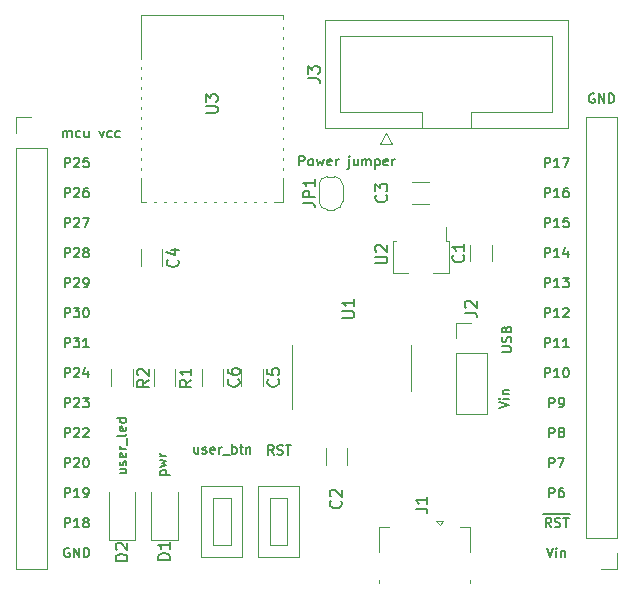
<source format=gto>
G04 #@! TF.GenerationSoftware,KiCad,Pcbnew,(5.1.10)-1*
G04 #@! TF.CreationDate,2021-12-04T16:44:40+01:00*
G04 #@! TF.ProjectId,nRF52832_development_board_schematic,6e524635-3238-4333-925f-646576656c6f,1*
G04 #@! TF.SameCoordinates,Original*
G04 #@! TF.FileFunction,Legend,Top*
G04 #@! TF.FilePolarity,Positive*
%FSLAX46Y46*%
G04 Gerber Fmt 4.6, Leading zero omitted, Abs format (unit mm)*
G04 Created by KiCad (PCBNEW (5.1.10)-1) date 2021-12-04 16:44:40*
%MOMM*%
%LPD*%
G01*
G04 APERTURE LIST*
%ADD10C,0.152400*%
%ADD11C,0.120000*%
%ADD12C,0.150000*%
%ADD13R,0.600000X1.500000*%
%ADD14R,0.900000X1.300000*%
%ADD15O,1.700000X1.700000*%
%ADD16R,1.700000X1.700000*%
%ADD17C,1.700000*%
%ADD18R,0.875000X1.900000*%
%ADD19R,2.900000X1.900000*%
%ADD20R,0.400000X1.350000*%
%ADD21O,1.000000X1.900000*%
%ADD22O,1.050000X1.250000*%
G04 APERTURE END LIST*
D10*
X50613409Y-73867695D02*
X50613409Y-73054895D01*
X50923047Y-73054895D01*
X51000457Y-73093600D01*
X51039161Y-73132304D01*
X51077866Y-73209714D01*
X51077866Y-73325828D01*
X51039161Y-73403238D01*
X51000457Y-73441942D01*
X50923047Y-73480647D01*
X50613409Y-73480647D01*
X51542323Y-73867695D02*
X51464914Y-73828990D01*
X51426209Y-73790285D01*
X51387504Y-73712876D01*
X51387504Y-73480647D01*
X51426209Y-73403238D01*
X51464914Y-73364533D01*
X51542323Y-73325828D01*
X51658438Y-73325828D01*
X51735847Y-73364533D01*
X51774552Y-73403238D01*
X51813257Y-73480647D01*
X51813257Y-73712876D01*
X51774552Y-73790285D01*
X51735847Y-73828990D01*
X51658438Y-73867695D01*
X51542323Y-73867695D01*
X52084190Y-73325828D02*
X52239009Y-73867695D01*
X52393828Y-73480647D01*
X52548647Y-73867695D01*
X52703466Y-73325828D01*
X53322742Y-73828990D02*
X53245333Y-73867695D01*
X53090514Y-73867695D01*
X53013104Y-73828990D01*
X52974400Y-73751580D01*
X52974400Y-73441942D01*
X53013104Y-73364533D01*
X53090514Y-73325828D01*
X53245333Y-73325828D01*
X53322742Y-73364533D01*
X53361447Y-73441942D01*
X53361447Y-73519352D01*
X52974400Y-73596761D01*
X53709790Y-73867695D02*
X53709790Y-73325828D01*
X53709790Y-73480647D02*
X53748495Y-73403238D01*
X53787200Y-73364533D01*
X53864609Y-73325828D01*
X53942019Y-73325828D01*
X54832228Y-73325828D02*
X54832228Y-74022514D01*
X54793523Y-74099923D01*
X54716114Y-74138628D01*
X54677409Y-74138628D01*
X54832228Y-73054895D02*
X54793523Y-73093600D01*
X54832228Y-73132304D01*
X54870933Y-73093600D01*
X54832228Y-73054895D01*
X54832228Y-73132304D01*
X55567619Y-73325828D02*
X55567619Y-73867695D01*
X55219276Y-73325828D02*
X55219276Y-73751580D01*
X55257980Y-73828990D01*
X55335390Y-73867695D01*
X55451504Y-73867695D01*
X55528914Y-73828990D01*
X55567619Y-73790285D01*
X55954666Y-73867695D02*
X55954666Y-73325828D01*
X55954666Y-73403238D02*
X55993371Y-73364533D01*
X56070780Y-73325828D01*
X56186895Y-73325828D01*
X56264304Y-73364533D01*
X56303009Y-73441942D01*
X56303009Y-73867695D01*
X56303009Y-73441942D02*
X56341714Y-73364533D01*
X56419123Y-73325828D01*
X56535238Y-73325828D01*
X56612647Y-73364533D01*
X56651352Y-73441942D01*
X56651352Y-73867695D01*
X57038400Y-73325828D02*
X57038400Y-74138628D01*
X57038400Y-73364533D02*
X57115809Y-73325828D01*
X57270628Y-73325828D01*
X57348038Y-73364533D01*
X57386742Y-73403238D01*
X57425447Y-73480647D01*
X57425447Y-73712876D01*
X57386742Y-73790285D01*
X57348038Y-73828990D01*
X57270628Y-73867695D01*
X57115809Y-73867695D01*
X57038400Y-73828990D01*
X58083428Y-73828990D02*
X58006019Y-73867695D01*
X57851200Y-73867695D01*
X57773790Y-73828990D01*
X57735085Y-73751580D01*
X57735085Y-73441942D01*
X57773790Y-73364533D01*
X57851200Y-73325828D01*
X58006019Y-73325828D01*
X58083428Y-73364533D01*
X58122133Y-73441942D01*
X58122133Y-73519352D01*
X57735085Y-73596761D01*
X58470476Y-73867695D02*
X58470476Y-73325828D01*
X58470476Y-73480647D02*
X58509180Y-73403238D01*
X58547885Y-73364533D01*
X58625295Y-73325828D01*
X58702704Y-73325828D01*
X30763028Y-74027695D02*
X30763028Y-73214895D01*
X31072666Y-73214895D01*
X31150076Y-73253600D01*
X31188780Y-73292304D01*
X31227485Y-73369714D01*
X31227485Y-73485828D01*
X31188780Y-73563238D01*
X31150076Y-73601942D01*
X31072666Y-73640647D01*
X30763028Y-73640647D01*
X31537123Y-73292304D02*
X31575828Y-73253600D01*
X31653238Y-73214895D01*
X31846761Y-73214895D01*
X31924171Y-73253600D01*
X31962876Y-73292304D01*
X32001580Y-73369714D01*
X32001580Y-73447123D01*
X31962876Y-73563238D01*
X31498419Y-74027695D01*
X32001580Y-74027695D01*
X32736971Y-73214895D02*
X32349923Y-73214895D01*
X32311219Y-73601942D01*
X32349923Y-73563238D01*
X32427333Y-73524533D01*
X32620857Y-73524533D01*
X32698266Y-73563238D01*
X32736971Y-73601942D01*
X32775676Y-73679352D01*
X32775676Y-73872876D01*
X32736971Y-73950285D01*
X32698266Y-73988990D01*
X32620857Y-74027695D01*
X32427333Y-74027695D01*
X32349923Y-73988990D01*
X32311219Y-73950285D01*
X31130723Y-106273600D02*
X31053314Y-106234895D01*
X30937200Y-106234895D01*
X30821085Y-106273600D01*
X30743676Y-106351009D01*
X30704971Y-106428419D01*
X30666266Y-106583238D01*
X30666266Y-106699352D01*
X30704971Y-106854171D01*
X30743676Y-106931580D01*
X30821085Y-107008990D01*
X30937200Y-107047695D01*
X31014609Y-107047695D01*
X31130723Y-107008990D01*
X31169428Y-106970285D01*
X31169428Y-106699352D01*
X31014609Y-106699352D01*
X31517771Y-107047695D02*
X31517771Y-106234895D01*
X31982228Y-107047695D01*
X31982228Y-106234895D01*
X32369276Y-107047695D02*
X32369276Y-106234895D01*
X32562800Y-106234895D01*
X32678914Y-106273600D01*
X32756323Y-106351009D01*
X32795028Y-106428419D01*
X32833733Y-106583238D01*
X32833733Y-106699352D01*
X32795028Y-106854171D01*
X32756323Y-106931580D01*
X32678914Y-107008990D01*
X32562800Y-107047695D01*
X32369276Y-107047695D01*
X30763028Y-104507695D02*
X30763028Y-103694895D01*
X31072666Y-103694895D01*
X31150076Y-103733600D01*
X31188780Y-103772304D01*
X31227485Y-103849714D01*
X31227485Y-103965828D01*
X31188780Y-104043238D01*
X31150076Y-104081942D01*
X31072666Y-104120647D01*
X30763028Y-104120647D01*
X32001580Y-104507695D02*
X31537123Y-104507695D01*
X31769352Y-104507695D02*
X31769352Y-103694895D01*
X31691942Y-103811009D01*
X31614533Y-103888419D01*
X31537123Y-103927123D01*
X32466038Y-104043238D02*
X32388628Y-104004533D01*
X32349923Y-103965828D01*
X32311219Y-103888419D01*
X32311219Y-103849714D01*
X32349923Y-103772304D01*
X32388628Y-103733600D01*
X32466038Y-103694895D01*
X32620857Y-103694895D01*
X32698266Y-103733600D01*
X32736971Y-103772304D01*
X32775676Y-103849714D01*
X32775676Y-103888419D01*
X32736971Y-103965828D01*
X32698266Y-104004533D01*
X32620857Y-104043238D01*
X32466038Y-104043238D01*
X32388628Y-104081942D01*
X32349923Y-104120647D01*
X32311219Y-104198057D01*
X32311219Y-104352876D01*
X32349923Y-104430285D01*
X32388628Y-104468990D01*
X32466038Y-104507695D01*
X32620857Y-104507695D01*
X32698266Y-104468990D01*
X32736971Y-104430285D01*
X32775676Y-104352876D01*
X32775676Y-104198057D01*
X32736971Y-104120647D01*
X32698266Y-104081942D01*
X32620857Y-104043238D01*
X30763028Y-101967695D02*
X30763028Y-101154895D01*
X31072666Y-101154895D01*
X31150076Y-101193600D01*
X31188780Y-101232304D01*
X31227485Y-101309714D01*
X31227485Y-101425828D01*
X31188780Y-101503238D01*
X31150076Y-101541942D01*
X31072666Y-101580647D01*
X30763028Y-101580647D01*
X32001580Y-101967695D02*
X31537123Y-101967695D01*
X31769352Y-101967695D02*
X31769352Y-101154895D01*
X31691942Y-101271009D01*
X31614533Y-101348419D01*
X31537123Y-101387123D01*
X32388628Y-101967695D02*
X32543447Y-101967695D01*
X32620857Y-101928990D01*
X32659561Y-101890285D01*
X32736971Y-101774171D01*
X32775676Y-101619352D01*
X32775676Y-101309714D01*
X32736971Y-101232304D01*
X32698266Y-101193600D01*
X32620857Y-101154895D01*
X32466038Y-101154895D01*
X32388628Y-101193600D01*
X32349923Y-101232304D01*
X32311219Y-101309714D01*
X32311219Y-101503238D01*
X32349923Y-101580647D01*
X32388628Y-101619352D01*
X32466038Y-101658057D01*
X32620857Y-101658057D01*
X32698266Y-101619352D01*
X32736971Y-101580647D01*
X32775676Y-101503238D01*
X30763028Y-99427695D02*
X30763028Y-98614895D01*
X31072666Y-98614895D01*
X31150076Y-98653600D01*
X31188780Y-98692304D01*
X31227485Y-98769714D01*
X31227485Y-98885828D01*
X31188780Y-98963238D01*
X31150076Y-99001942D01*
X31072666Y-99040647D01*
X30763028Y-99040647D01*
X31537123Y-98692304D02*
X31575828Y-98653600D01*
X31653238Y-98614895D01*
X31846761Y-98614895D01*
X31924171Y-98653600D01*
X31962876Y-98692304D01*
X32001580Y-98769714D01*
X32001580Y-98847123D01*
X31962876Y-98963238D01*
X31498419Y-99427695D01*
X32001580Y-99427695D01*
X32504742Y-98614895D02*
X32582152Y-98614895D01*
X32659561Y-98653600D01*
X32698266Y-98692304D01*
X32736971Y-98769714D01*
X32775676Y-98924533D01*
X32775676Y-99118057D01*
X32736971Y-99272876D01*
X32698266Y-99350285D01*
X32659561Y-99388990D01*
X32582152Y-99427695D01*
X32504742Y-99427695D01*
X32427333Y-99388990D01*
X32388628Y-99350285D01*
X32349923Y-99272876D01*
X32311219Y-99118057D01*
X32311219Y-98924533D01*
X32349923Y-98769714D01*
X32388628Y-98692304D01*
X32427333Y-98653600D01*
X32504742Y-98614895D01*
X30763028Y-96887695D02*
X30763028Y-96074895D01*
X31072666Y-96074895D01*
X31150076Y-96113600D01*
X31188780Y-96152304D01*
X31227485Y-96229714D01*
X31227485Y-96345828D01*
X31188780Y-96423238D01*
X31150076Y-96461942D01*
X31072666Y-96500647D01*
X30763028Y-96500647D01*
X31537123Y-96152304D02*
X31575828Y-96113600D01*
X31653238Y-96074895D01*
X31846761Y-96074895D01*
X31924171Y-96113600D01*
X31962876Y-96152304D01*
X32001580Y-96229714D01*
X32001580Y-96307123D01*
X31962876Y-96423238D01*
X31498419Y-96887695D01*
X32001580Y-96887695D01*
X32311219Y-96152304D02*
X32349923Y-96113600D01*
X32427333Y-96074895D01*
X32620857Y-96074895D01*
X32698266Y-96113600D01*
X32736971Y-96152304D01*
X32775676Y-96229714D01*
X32775676Y-96307123D01*
X32736971Y-96423238D01*
X32272514Y-96887695D01*
X32775676Y-96887695D01*
X30763028Y-94347695D02*
X30763028Y-93534895D01*
X31072666Y-93534895D01*
X31150076Y-93573600D01*
X31188780Y-93612304D01*
X31227485Y-93689714D01*
X31227485Y-93805828D01*
X31188780Y-93883238D01*
X31150076Y-93921942D01*
X31072666Y-93960647D01*
X30763028Y-93960647D01*
X31537123Y-93612304D02*
X31575828Y-93573600D01*
X31653238Y-93534895D01*
X31846761Y-93534895D01*
X31924171Y-93573600D01*
X31962876Y-93612304D01*
X32001580Y-93689714D01*
X32001580Y-93767123D01*
X31962876Y-93883238D01*
X31498419Y-94347695D01*
X32001580Y-94347695D01*
X32272514Y-93534895D02*
X32775676Y-93534895D01*
X32504742Y-93844533D01*
X32620857Y-93844533D01*
X32698266Y-93883238D01*
X32736971Y-93921942D01*
X32775676Y-93999352D01*
X32775676Y-94192876D01*
X32736971Y-94270285D01*
X32698266Y-94308990D01*
X32620857Y-94347695D01*
X32388628Y-94347695D01*
X32311219Y-94308990D01*
X32272514Y-94270285D01*
X30763028Y-91807695D02*
X30763028Y-90994895D01*
X31072666Y-90994895D01*
X31150076Y-91033600D01*
X31188780Y-91072304D01*
X31227485Y-91149714D01*
X31227485Y-91265828D01*
X31188780Y-91343238D01*
X31150076Y-91381942D01*
X31072666Y-91420647D01*
X30763028Y-91420647D01*
X31537123Y-91072304D02*
X31575828Y-91033600D01*
X31653238Y-90994895D01*
X31846761Y-90994895D01*
X31924171Y-91033600D01*
X31962876Y-91072304D01*
X32001580Y-91149714D01*
X32001580Y-91227123D01*
X31962876Y-91343238D01*
X31498419Y-91807695D01*
X32001580Y-91807695D01*
X32698266Y-91265828D02*
X32698266Y-91807695D01*
X32504742Y-90956190D02*
X32311219Y-91536761D01*
X32814380Y-91536761D01*
X30763028Y-89267695D02*
X30763028Y-88454895D01*
X31072666Y-88454895D01*
X31150076Y-88493600D01*
X31188780Y-88532304D01*
X31227485Y-88609714D01*
X31227485Y-88725828D01*
X31188780Y-88803238D01*
X31150076Y-88841942D01*
X31072666Y-88880647D01*
X30763028Y-88880647D01*
X31498419Y-88454895D02*
X32001580Y-88454895D01*
X31730647Y-88764533D01*
X31846761Y-88764533D01*
X31924171Y-88803238D01*
X31962876Y-88841942D01*
X32001580Y-88919352D01*
X32001580Y-89112876D01*
X31962876Y-89190285D01*
X31924171Y-89228990D01*
X31846761Y-89267695D01*
X31614533Y-89267695D01*
X31537123Y-89228990D01*
X31498419Y-89190285D01*
X32775676Y-89267695D02*
X32311219Y-89267695D01*
X32543447Y-89267695D02*
X32543447Y-88454895D01*
X32466038Y-88571009D01*
X32388628Y-88648419D01*
X32311219Y-88687123D01*
X30763028Y-86727695D02*
X30763028Y-85914895D01*
X31072666Y-85914895D01*
X31150076Y-85953600D01*
X31188780Y-85992304D01*
X31227485Y-86069714D01*
X31227485Y-86185828D01*
X31188780Y-86263238D01*
X31150076Y-86301942D01*
X31072666Y-86340647D01*
X30763028Y-86340647D01*
X31498419Y-85914895D02*
X32001580Y-85914895D01*
X31730647Y-86224533D01*
X31846761Y-86224533D01*
X31924171Y-86263238D01*
X31962876Y-86301942D01*
X32001580Y-86379352D01*
X32001580Y-86572876D01*
X31962876Y-86650285D01*
X31924171Y-86688990D01*
X31846761Y-86727695D01*
X31614533Y-86727695D01*
X31537123Y-86688990D01*
X31498419Y-86650285D01*
X32504742Y-85914895D02*
X32582152Y-85914895D01*
X32659561Y-85953600D01*
X32698266Y-85992304D01*
X32736971Y-86069714D01*
X32775676Y-86224533D01*
X32775676Y-86418057D01*
X32736971Y-86572876D01*
X32698266Y-86650285D01*
X32659561Y-86688990D01*
X32582152Y-86727695D01*
X32504742Y-86727695D01*
X32427333Y-86688990D01*
X32388628Y-86650285D01*
X32349923Y-86572876D01*
X32311219Y-86418057D01*
X32311219Y-86224533D01*
X32349923Y-86069714D01*
X32388628Y-85992304D01*
X32427333Y-85953600D01*
X32504742Y-85914895D01*
X30763028Y-84187695D02*
X30763028Y-83374895D01*
X31072666Y-83374895D01*
X31150076Y-83413600D01*
X31188780Y-83452304D01*
X31227485Y-83529714D01*
X31227485Y-83645828D01*
X31188780Y-83723238D01*
X31150076Y-83761942D01*
X31072666Y-83800647D01*
X30763028Y-83800647D01*
X31537123Y-83452304D02*
X31575828Y-83413600D01*
X31653238Y-83374895D01*
X31846761Y-83374895D01*
X31924171Y-83413600D01*
X31962876Y-83452304D01*
X32001580Y-83529714D01*
X32001580Y-83607123D01*
X31962876Y-83723238D01*
X31498419Y-84187695D01*
X32001580Y-84187695D01*
X32388628Y-84187695D02*
X32543447Y-84187695D01*
X32620857Y-84148990D01*
X32659561Y-84110285D01*
X32736971Y-83994171D01*
X32775676Y-83839352D01*
X32775676Y-83529714D01*
X32736971Y-83452304D01*
X32698266Y-83413600D01*
X32620857Y-83374895D01*
X32466038Y-83374895D01*
X32388628Y-83413600D01*
X32349923Y-83452304D01*
X32311219Y-83529714D01*
X32311219Y-83723238D01*
X32349923Y-83800647D01*
X32388628Y-83839352D01*
X32466038Y-83878057D01*
X32620857Y-83878057D01*
X32698266Y-83839352D01*
X32736971Y-83800647D01*
X32775676Y-83723238D01*
X30763028Y-81647695D02*
X30763028Y-80834895D01*
X31072666Y-80834895D01*
X31150076Y-80873600D01*
X31188780Y-80912304D01*
X31227485Y-80989714D01*
X31227485Y-81105828D01*
X31188780Y-81183238D01*
X31150076Y-81221942D01*
X31072666Y-81260647D01*
X30763028Y-81260647D01*
X31537123Y-80912304D02*
X31575828Y-80873600D01*
X31653238Y-80834895D01*
X31846761Y-80834895D01*
X31924171Y-80873600D01*
X31962876Y-80912304D01*
X32001580Y-80989714D01*
X32001580Y-81067123D01*
X31962876Y-81183238D01*
X31498419Y-81647695D01*
X32001580Y-81647695D01*
X32466038Y-81183238D02*
X32388628Y-81144533D01*
X32349923Y-81105828D01*
X32311219Y-81028419D01*
X32311219Y-80989714D01*
X32349923Y-80912304D01*
X32388628Y-80873600D01*
X32466038Y-80834895D01*
X32620857Y-80834895D01*
X32698266Y-80873600D01*
X32736971Y-80912304D01*
X32775676Y-80989714D01*
X32775676Y-81028419D01*
X32736971Y-81105828D01*
X32698266Y-81144533D01*
X32620857Y-81183238D01*
X32466038Y-81183238D01*
X32388628Y-81221942D01*
X32349923Y-81260647D01*
X32311219Y-81338057D01*
X32311219Y-81492876D01*
X32349923Y-81570285D01*
X32388628Y-81608990D01*
X32466038Y-81647695D01*
X32620857Y-81647695D01*
X32698266Y-81608990D01*
X32736971Y-81570285D01*
X32775676Y-81492876D01*
X32775676Y-81338057D01*
X32736971Y-81260647D01*
X32698266Y-81221942D01*
X32620857Y-81183238D01*
X30763028Y-79107695D02*
X30763028Y-78294895D01*
X31072666Y-78294895D01*
X31150076Y-78333600D01*
X31188780Y-78372304D01*
X31227485Y-78449714D01*
X31227485Y-78565828D01*
X31188780Y-78643238D01*
X31150076Y-78681942D01*
X31072666Y-78720647D01*
X30763028Y-78720647D01*
X31537123Y-78372304D02*
X31575828Y-78333600D01*
X31653238Y-78294895D01*
X31846761Y-78294895D01*
X31924171Y-78333600D01*
X31962876Y-78372304D01*
X32001580Y-78449714D01*
X32001580Y-78527123D01*
X31962876Y-78643238D01*
X31498419Y-79107695D01*
X32001580Y-79107695D01*
X32272514Y-78294895D02*
X32814380Y-78294895D01*
X32466038Y-79107695D01*
X30763028Y-76567695D02*
X30763028Y-75754895D01*
X31072666Y-75754895D01*
X31150076Y-75793600D01*
X31188780Y-75832304D01*
X31227485Y-75909714D01*
X31227485Y-76025828D01*
X31188780Y-76103238D01*
X31150076Y-76141942D01*
X31072666Y-76180647D01*
X30763028Y-76180647D01*
X31537123Y-75832304D02*
X31575828Y-75793600D01*
X31653238Y-75754895D01*
X31846761Y-75754895D01*
X31924171Y-75793600D01*
X31962876Y-75832304D01*
X32001580Y-75909714D01*
X32001580Y-75987123D01*
X31962876Y-76103238D01*
X31498419Y-76567695D01*
X32001580Y-76567695D01*
X32698266Y-75754895D02*
X32543447Y-75754895D01*
X32466038Y-75793600D01*
X32427333Y-75832304D01*
X32349923Y-75948419D01*
X32311219Y-76103238D01*
X32311219Y-76412876D01*
X32349923Y-76490285D01*
X32388628Y-76528990D01*
X32466038Y-76567695D01*
X32620857Y-76567695D01*
X32698266Y-76528990D01*
X32736971Y-76490285D01*
X32775676Y-76412876D01*
X32775676Y-76219352D01*
X32736971Y-76141942D01*
X32698266Y-76103238D01*
X32620857Y-76064533D01*
X32466038Y-76064533D01*
X32388628Y-76103238D01*
X32349923Y-76141942D01*
X32311219Y-76219352D01*
X30639657Y-71487695D02*
X30639657Y-70945828D01*
X30639657Y-71023238D02*
X30678361Y-70984533D01*
X30755771Y-70945828D01*
X30871885Y-70945828D01*
X30949295Y-70984533D01*
X30988000Y-71061942D01*
X30988000Y-71487695D01*
X30988000Y-71061942D02*
X31026704Y-70984533D01*
X31104114Y-70945828D01*
X31220228Y-70945828D01*
X31297638Y-70984533D01*
X31336342Y-71061942D01*
X31336342Y-71487695D01*
X32071733Y-71448990D02*
X31994323Y-71487695D01*
X31839504Y-71487695D01*
X31762095Y-71448990D01*
X31723390Y-71410285D01*
X31684685Y-71332876D01*
X31684685Y-71100647D01*
X31723390Y-71023238D01*
X31762095Y-70984533D01*
X31839504Y-70945828D01*
X31994323Y-70945828D01*
X32071733Y-70984533D01*
X32768419Y-70945828D02*
X32768419Y-71487695D01*
X32420076Y-70945828D02*
X32420076Y-71371580D01*
X32458780Y-71448990D01*
X32536190Y-71487695D01*
X32652304Y-71487695D01*
X32729714Y-71448990D01*
X32768419Y-71410285D01*
X33697333Y-70945828D02*
X33890857Y-71487695D01*
X34084380Y-70945828D01*
X34742361Y-71448990D02*
X34664952Y-71487695D01*
X34510133Y-71487695D01*
X34432723Y-71448990D01*
X34394019Y-71410285D01*
X34355314Y-71332876D01*
X34355314Y-71100647D01*
X34394019Y-71023238D01*
X34432723Y-70984533D01*
X34510133Y-70945828D01*
X34664952Y-70945828D01*
X34742361Y-70984533D01*
X35439047Y-71448990D02*
X35361638Y-71487695D01*
X35206819Y-71487695D01*
X35129409Y-71448990D01*
X35090704Y-71410285D01*
X35052000Y-71332876D01*
X35052000Y-71100647D01*
X35090704Y-71023238D01*
X35129409Y-70984533D01*
X35206819Y-70945828D01*
X35361638Y-70945828D01*
X35439047Y-70984533D01*
X71557847Y-106234895D02*
X71828780Y-107047695D01*
X72099714Y-106234895D01*
X72370647Y-107047695D02*
X72370647Y-106505828D01*
X72370647Y-106234895D02*
X72331942Y-106273600D01*
X72370647Y-106312304D01*
X72409352Y-106273600D01*
X72370647Y-106234895D01*
X72370647Y-106312304D01*
X72757695Y-106505828D02*
X72757695Y-107047695D01*
X72757695Y-106583238D02*
X72796400Y-106544533D01*
X72873809Y-106505828D01*
X72989923Y-106505828D01*
X73067333Y-106544533D01*
X73106038Y-106621942D01*
X73106038Y-107047695D01*
X71286914Y-103356664D02*
X72099714Y-103356664D01*
X71944895Y-104507695D02*
X71673961Y-104120647D01*
X71480438Y-104507695D02*
X71480438Y-103694895D01*
X71790076Y-103694895D01*
X71867485Y-103733600D01*
X71906190Y-103772304D01*
X71944895Y-103849714D01*
X71944895Y-103965828D01*
X71906190Y-104043238D01*
X71867485Y-104081942D01*
X71790076Y-104120647D01*
X71480438Y-104120647D01*
X72099714Y-103356664D02*
X72873809Y-103356664D01*
X72254533Y-104468990D02*
X72370647Y-104507695D01*
X72564171Y-104507695D01*
X72641580Y-104468990D01*
X72680285Y-104430285D01*
X72718990Y-104352876D01*
X72718990Y-104275466D01*
X72680285Y-104198057D01*
X72641580Y-104159352D01*
X72564171Y-104120647D01*
X72409352Y-104081942D01*
X72331942Y-104043238D01*
X72293238Y-104004533D01*
X72254533Y-103927123D01*
X72254533Y-103849714D01*
X72293238Y-103772304D01*
X72331942Y-103733600D01*
X72409352Y-103694895D01*
X72602876Y-103694895D01*
X72718990Y-103733600D01*
X72873809Y-103356664D02*
X73493085Y-103356664D01*
X72951219Y-103694895D02*
X73415676Y-103694895D01*
X73183447Y-104507695D02*
X73183447Y-103694895D01*
X71790076Y-101967695D02*
X71790076Y-101154895D01*
X72099714Y-101154895D01*
X72177123Y-101193600D01*
X72215828Y-101232304D01*
X72254533Y-101309714D01*
X72254533Y-101425828D01*
X72215828Y-101503238D01*
X72177123Y-101541942D01*
X72099714Y-101580647D01*
X71790076Y-101580647D01*
X72951219Y-101154895D02*
X72796400Y-101154895D01*
X72718990Y-101193600D01*
X72680285Y-101232304D01*
X72602876Y-101348419D01*
X72564171Y-101503238D01*
X72564171Y-101812876D01*
X72602876Y-101890285D01*
X72641580Y-101928990D01*
X72718990Y-101967695D01*
X72873809Y-101967695D01*
X72951219Y-101928990D01*
X72989923Y-101890285D01*
X73028628Y-101812876D01*
X73028628Y-101619352D01*
X72989923Y-101541942D01*
X72951219Y-101503238D01*
X72873809Y-101464533D01*
X72718990Y-101464533D01*
X72641580Y-101503238D01*
X72602876Y-101541942D01*
X72564171Y-101619352D01*
X71790076Y-99427695D02*
X71790076Y-98614895D01*
X72099714Y-98614895D01*
X72177123Y-98653600D01*
X72215828Y-98692304D01*
X72254533Y-98769714D01*
X72254533Y-98885828D01*
X72215828Y-98963238D01*
X72177123Y-99001942D01*
X72099714Y-99040647D01*
X71790076Y-99040647D01*
X72525466Y-98614895D02*
X73067333Y-98614895D01*
X72718990Y-99427695D01*
X71790076Y-96887695D02*
X71790076Y-96074895D01*
X72099714Y-96074895D01*
X72177123Y-96113600D01*
X72215828Y-96152304D01*
X72254533Y-96229714D01*
X72254533Y-96345828D01*
X72215828Y-96423238D01*
X72177123Y-96461942D01*
X72099714Y-96500647D01*
X71790076Y-96500647D01*
X72718990Y-96423238D02*
X72641580Y-96384533D01*
X72602876Y-96345828D01*
X72564171Y-96268419D01*
X72564171Y-96229714D01*
X72602876Y-96152304D01*
X72641580Y-96113600D01*
X72718990Y-96074895D01*
X72873809Y-96074895D01*
X72951219Y-96113600D01*
X72989923Y-96152304D01*
X73028628Y-96229714D01*
X73028628Y-96268419D01*
X72989923Y-96345828D01*
X72951219Y-96384533D01*
X72873809Y-96423238D01*
X72718990Y-96423238D01*
X72641580Y-96461942D01*
X72602876Y-96500647D01*
X72564171Y-96578057D01*
X72564171Y-96732876D01*
X72602876Y-96810285D01*
X72641580Y-96848990D01*
X72718990Y-96887695D01*
X72873809Y-96887695D01*
X72951219Y-96848990D01*
X72989923Y-96810285D01*
X73028628Y-96732876D01*
X73028628Y-96578057D01*
X72989923Y-96500647D01*
X72951219Y-96461942D01*
X72873809Y-96423238D01*
X71790076Y-94347695D02*
X71790076Y-93534895D01*
X72099714Y-93534895D01*
X72177123Y-93573600D01*
X72215828Y-93612304D01*
X72254533Y-93689714D01*
X72254533Y-93805828D01*
X72215828Y-93883238D01*
X72177123Y-93921942D01*
X72099714Y-93960647D01*
X71790076Y-93960647D01*
X72641580Y-94347695D02*
X72796400Y-94347695D01*
X72873809Y-94308990D01*
X72912514Y-94270285D01*
X72989923Y-94154171D01*
X73028628Y-93999352D01*
X73028628Y-93689714D01*
X72989923Y-93612304D01*
X72951219Y-93573600D01*
X72873809Y-93534895D01*
X72718990Y-93534895D01*
X72641580Y-93573600D01*
X72602876Y-93612304D01*
X72564171Y-93689714D01*
X72564171Y-93883238D01*
X72602876Y-93960647D01*
X72641580Y-93999352D01*
X72718990Y-94038057D01*
X72873809Y-94038057D01*
X72951219Y-93999352D01*
X72989923Y-93960647D01*
X73028628Y-93883238D01*
X71403028Y-91807695D02*
X71403028Y-90994895D01*
X71712666Y-90994895D01*
X71790076Y-91033600D01*
X71828780Y-91072304D01*
X71867485Y-91149714D01*
X71867485Y-91265828D01*
X71828780Y-91343238D01*
X71790076Y-91381942D01*
X71712666Y-91420647D01*
X71403028Y-91420647D01*
X72641580Y-91807695D02*
X72177123Y-91807695D01*
X72409352Y-91807695D02*
X72409352Y-90994895D01*
X72331942Y-91111009D01*
X72254533Y-91188419D01*
X72177123Y-91227123D01*
X73144742Y-90994895D02*
X73222152Y-90994895D01*
X73299561Y-91033600D01*
X73338266Y-91072304D01*
X73376971Y-91149714D01*
X73415676Y-91304533D01*
X73415676Y-91498057D01*
X73376971Y-91652876D01*
X73338266Y-91730285D01*
X73299561Y-91768990D01*
X73222152Y-91807695D01*
X73144742Y-91807695D01*
X73067333Y-91768990D01*
X73028628Y-91730285D01*
X72989923Y-91652876D01*
X72951219Y-91498057D01*
X72951219Y-91304533D01*
X72989923Y-91149714D01*
X73028628Y-91072304D01*
X73067333Y-91033600D01*
X73144742Y-90994895D01*
X71403028Y-89267695D02*
X71403028Y-88454895D01*
X71712666Y-88454895D01*
X71790076Y-88493600D01*
X71828780Y-88532304D01*
X71867485Y-88609714D01*
X71867485Y-88725828D01*
X71828780Y-88803238D01*
X71790076Y-88841942D01*
X71712666Y-88880647D01*
X71403028Y-88880647D01*
X72641580Y-89267695D02*
X72177123Y-89267695D01*
X72409352Y-89267695D02*
X72409352Y-88454895D01*
X72331942Y-88571009D01*
X72254533Y-88648419D01*
X72177123Y-88687123D01*
X73415676Y-89267695D02*
X72951219Y-89267695D01*
X73183447Y-89267695D02*
X73183447Y-88454895D01*
X73106038Y-88571009D01*
X73028628Y-88648419D01*
X72951219Y-88687123D01*
X71403028Y-86727695D02*
X71403028Y-85914895D01*
X71712666Y-85914895D01*
X71790076Y-85953600D01*
X71828780Y-85992304D01*
X71867485Y-86069714D01*
X71867485Y-86185828D01*
X71828780Y-86263238D01*
X71790076Y-86301942D01*
X71712666Y-86340647D01*
X71403028Y-86340647D01*
X72641580Y-86727695D02*
X72177123Y-86727695D01*
X72409352Y-86727695D02*
X72409352Y-85914895D01*
X72331942Y-86031009D01*
X72254533Y-86108419D01*
X72177123Y-86147123D01*
X72951219Y-85992304D02*
X72989923Y-85953600D01*
X73067333Y-85914895D01*
X73260857Y-85914895D01*
X73338266Y-85953600D01*
X73376971Y-85992304D01*
X73415676Y-86069714D01*
X73415676Y-86147123D01*
X73376971Y-86263238D01*
X72912514Y-86727695D01*
X73415676Y-86727695D01*
X71403028Y-84187695D02*
X71403028Y-83374895D01*
X71712666Y-83374895D01*
X71790076Y-83413600D01*
X71828780Y-83452304D01*
X71867485Y-83529714D01*
X71867485Y-83645828D01*
X71828780Y-83723238D01*
X71790076Y-83761942D01*
X71712666Y-83800647D01*
X71403028Y-83800647D01*
X72641580Y-84187695D02*
X72177123Y-84187695D01*
X72409352Y-84187695D02*
X72409352Y-83374895D01*
X72331942Y-83491009D01*
X72254533Y-83568419D01*
X72177123Y-83607123D01*
X72912514Y-83374895D02*
X73415676Y-83374895D01*
X73144742Y-83684533D01*
X73260857Y-83684533D01*
X73338266Y-83723238D01*
X73376971Y-83761942D01*
X73415676Y-83839352D01*
X73415676Y-84032876D01*
X73376971Y-84110285D01*
X73338266Y-84148990D01*
X73260857Y-84187695D01*
X73028628Y-84187695D01*
X72951219Y-84148990D01*
X72912514Y-84110285D01*
X71403028Y-81647695D02*
X71403028Y-80834895D01*
X71712666Y-80834895D01*
X71790076Y-80873600D01*
X71828780Y-80912304D01*
X71867485Y-80989714D01*
X71867485Y-81105828D01*
X71828780Y-81183238D01*
X71790076Y-81221942D01*
X71712666Y-81260647D01*
X71403028Y-81260647D01*
X72641580Y-81647695D02*
X72177123Y-81647695D01*
X72409352Y-81647695D02*
X72409352Y-80834895D01*
X72331942Y-80951009D01*
X72254533Y-81028419D01*
X72177123Y-81067123D01*
X73338266Y-81105828D02*
X73338266Y-81647695D01*
X73144742Y-80796190D02*
X72951219Y-81376761D01*
X73454380Y-81376761D01*
X71403028Y-79107695D02*
X71403028Y-78294895D01*
X71712666Y-78294895D01*
X71790076Y-78333600D01*
X71828780Y-78372304D01*
X71867485Y-78449714D01*
X71867485Y-78565828D01*
X71828780Y-78643238D01*
X71790076Y-78681942D01*
X71712666Y-78720647D01*
X71403028Y-78720647D01*
X72641580Y-79107695D02*
X72177123Y-79107695D01*
X72409352Y-79107695D02*
X72409352Y-78294895D01*
X72331942Y-78411009D01*
X72254533Y-78488419D01*
X72177123Y-78527123D01*
X73376971Y-78294895D02*
X72989923Y-78294895D01*
X72951219Y-78681942D01*
X72989923Y-78643238D01*
X73067333Y-78604533D01*
X73260857Y-78604533D01*
X73338266Y-78643238D01*
X73376971Y-78681942D01*
X73415676Y-78759352D01*
X73415676Y-78952876D01*
X73376971Y-79030285D01*
X73338266Y-79068990D01*
X73260857Y-79107695D01*
X73067333Y-79107695D01*
X72989923Y-79068990D01*
X72951219Y-79030285D01*
X71403028Y-76567695D02*
X71403028Y-75754895D01*
X71712666Y-75754895D01*
X71790076Y-75793600D01*
X71828780Y-75832304D01*
X71867485Y-75909714D01*
X71867485Y-76025828D01*
X71828780Y-76103238D01*
X71790076Y-76141942D01*
X71712666Y-76180647D01*
X71403028Y-76180647D01*
X72641580Y-76567695D02*
X72177123Y-76567695D01*
X72409352Y-76567695D02*
X72409352Y-75754895D01*
X72331942Y-75871009D01*
X72254533Y-75948419D01*
X72177123Y-75987123D01*
X73338266Y-75754895D02*
X73183447Y-75754895D01*
X73106038Y-75793600D01*
X73067333Y-75832304D01*
X72989923Y-75948419D01*
X72951219Y-76103238D01*
X72951219Y-76412876D01*
X72989923Y-76490285D01*
X73028628Y-76528990D01*
X73106038Y-76567695D01*
X73260857Y-76567695D01*
X73338266Y-76528990D01*
X73376971Y-76490285D01*
X73415676Y-76412876D01*
X73415676Y-76219352D01*
X73376971Y-76141942D01*
X73338266Y-76103238D01*
X73260857Y-76064533D01*
X73106038Y-76064533D01*
X73028628Y-76103238D01*
X72989923Y-76141942D01*
X72951219Y-76219352D01*
X71403028Y-74027695D02*
X71403028Y-73214895D01*
X71712666Y-73214895D01*
X71790076Y-73253600D01*
X71828780Y-73292304D01*
X71867485Y-73369714D01*
X71867485Y-73485828D01*
X71828780Y-73563238D01*
X71790076Y-73601942D01*
X71712666Y-73640647D01*
X71403028Y-73640647D01*
X72641580Y-74027695D02*
X72177123Y-74027695D01*
X72409352Y-74027695D02*
X72409352Y-73214895D01*
X72331942Y-73331009D01*
X72254533Y-73408419D01*
X72177123Y-73447123D01*
X72912514Y-73214895D02*
X73454380Y-73214895D01*
X73106038Y-74027695D01*
X75580723Y-67793600D02*
X75503314Y-67754895D01*
X75387200Y-67754895D01*
X75271085Y-67793600D01*
X75193676Y-67871009D01*
X75154971Y-67948419D01*
X75116266Y-68103238D01*
X75116266Y-68219352D01*
X75154971Y-68374171D01*
X75193676Y-68451580D01*
X75271085Y-68528990D01*
X75387200Y-68567695D01*
X75464609Y-68567695D01*
X75580723Y-68528990D01*
X75619428Y-68490285D01*
X75619428Y-68219352D01*
X75464609Y-68219352D01*
X75967771Y-68567695D02*
X75967771Y-67754895D01*
X76432228Y-68567695D01*
X76432228Y-67754895D01*
X76819276Y-68567695D02*
X76819276Y-67754895D01*
X77012800Y-67754895D01*
X77128914Y-67793600D01*
X77206323Y-67871009D01*
X77245028Y-67948419D01*
X77283733Y-68103238D01*
X77283733Y-68219352D01*
X77245028Y-68374171D01*
X77206323Y-68451580D01*
X77128914Y-68528990D01*
X77012800Y-68567695D01*
X76819276Y-68567695D01*
X67754895Y-89625676D02*
X68412876Y-89625676D01*
X68490285Y-89586971D01*
X68528990Y-89548266D01*
X68567695Y-89470857D01*
X68567695Y-89316038D01*
X68528990Y-89238628D01*
X68490285Y-89199923D01*
X68412876Y-89161219D01*
X67754895Y-89161219D01*
X68528990Y-88812876D02*
X68567695Y-88696761D01*
X68567695Y-88503238D01*
X68528990Y-88425828D01*
X68490285Y-88387123D01*
X68412876Y-88348419D01*
X68335466Y-88348419D01*
X68258057Y-88387123D01*
X68219352Y-88425828D01*
X68180647Y-88503238D01*
X68141942Y-88658057D01*
X68103238Y-88735466D01*
X68064533Y-88774171D01*
X67987123Y-88812876D01*
X67909714Y-88812876D01*
X67832304Y-88774171D01*
X67793600Y-88735466D01*
X67754895Y-88658057D01*
X67754895Y-88464533D01*
X67793600Y-88348419D01*
X68141942Y-87729142D02*
X68180647Y-87613028D01*
X68219352Y-87574323D01*
X68296761Y-87535619D01*
X68412876Y-87535619D01*
X68490285Y-87574323D01*
X68528990Y-87613028D01*
X68567695Y-87690438D01*
X68567695Y-88000076D01*
X67754895Y-88000076D01*
X67754895Y-87729142D01*
X67793600Y-87651733D01*
X67832304Y-87613028D01*
X67909714Y-87574323D01*
X67987123Y-87574323D01*
X68064533Y-87613028D01*
X68103238Y-87651733D01*
X68141942Y-87729142D01*
X68141942Y-88000076D01*
X67554895Y-94432152D02*
X68367695Y-94161219D01*
X67554895Y-93890285D01*
X68367695Y-93619352D02*
X67825828Y-93619352D01*
X67554895Y-93619352D02*
X67593600Y-93658057D01*
X67632304Y-93619352D01*
X67593600Y-93580647D01*
X67554895Y-93619352D01*
X67632304Y-93619352D01*
X67825828Y-93232304D02*
X68367695Y-93232304D01*
X67903238Y-93232304D02*
X67864533Y-93193600D01*
X67825828Y-93116190D01*
X67825828Y-93000076D01*
X67864533Y-92922666D01*
X67941942Y-92883961D01*
X68367695Y-92883961D01*
X48454895Y-98367695D02*
X48183961Y-97980647D01*
X47990438Y-98367695D02*
X47990438Y-97554895D01*
X48300076Y-97554895D01*
X48377485Y-97593600D01*
X48416190Y-97632304D01*
X48454895Y-97709714D01*
X48454895Y-97825828D01*
X48416190Y-97903238D01*
X48377485Y-97941942D01*
X48300076Y-97980647D01*
X47990438Y-97980647D01*
X48764533Y-98328990D02*
X48880647Y-98367695D01*
X49074171Y-98367695D01*
X49151580Y-98328990D01*
X49190285Y-98290285D01*
X49228990Y-98212876D01*
X49228990Y-98135466D01*
X49190285Y-98058057D01*
X49151580Y-98019352D01*
X49074171Y-97980647D01*
X48919352Y-97941942D01*
X48841942Y-97903238D01*
X48803238Y-97864533D01*
X48764533Y-97787123D01*
X48764533Y-97709714D01*
X48803238Y-97632304D01*
X48841942Y-97593600D01*
X48919352Y-97554895D01*
X49112876Y-97554895D01*
X49228990Y-97593600D01*
X49461219Y-97554895D02*
X49925676Y-97554895D01*
X49693447Y-98367695D02*
X49693447Y-97554895D01*
X42068000Y-97725828D02*
X42068000Y-98267695D01*
X41719657Y-97725828D02*
X41719657Y-98151580D01*
X41758361Y-98228990D01*
X41835771Y-98267695D01*
X41951885Y-98267695D01*
X42029295Y-98228990D01*
X42068000Y-98190285D01*
X42416342Y-98228990D02*
X42493752Y-98267695D01*
X42648571Y-98267695D01*
X42725980Y-98228990D01*
X42764685Y-98151580D01*
X42764685Y-98112876D01*
X42725980Y-98035466D01*
X42648571Y-97996761D01*
X42532457Y-97996761D01*
X42455047Y-97958057D01*
X42416342Y-97880647D01*
X42416342Y-97841942D01*
X42455047Y-97764533D01*
X42532457Y-97725828D01*
X42648571Y-97725828D01*
X42725980Y-97764533D01*
X43422666Y-98228990D02*
X43345257Y-98267695D01*
X43190438Y-98267695D01*
X43113028Y-98228990D01*
X43074323Y-98151580D01*
X43074323Y-97841942D01*
X43113028Y-97764533D01*
X43190438Y-97725828D01*
X43345257Y-97725828D01*
X43422666Y-97764533D01*
X43461371Y-97841942D01*
X43461371Y-97919352D01*
X43074323Y-97996761D01*
X43809714Y-98267695D02*
X43809714Y-97725828D01*
X43809714Y-97880647D02*
X43848419Y-97803238D01*
X43887123Y-97764533D01*
X43964533Y-97725828D01*
X44041942Y-97725828D01*
X44119352Y-98345104D02*
X44738628Y-98345104D01*
X44932152Y-98267695D02*
X44932152Y-97454895D01*
X44932152Y-97764533D02*
X45009561Y-97725828D01*
X45164380Y-97725828D01*
X45241790Y-97764533D01*
X45280495Y-97803238D01*
X45319200Y-97880647D01*
X45319200Y-98112876D01*
X45280495Y-98190285D01*
X45241790Y-98228990D01*
X45164380Y-98267695D01*
X45009561Y-98267695D01*
X44932152Y-98228990D01*
X45551428Y-97725828D02*
X45861066Y-97725828D01*
X45667542Y-97454895D02*
X45667542Y-98151580D01*
X45706247Y-98228990D01*
X45783657Y-98267695D01*
X45861066Y-98267695D01*
X46132000Y-97725828D02*
X46132000Y-98267695D01*
X46132000Y-97803238D02*
X46170704Y-97764533D01*
X46248114Y-97725828D01*
X46364228Y-97725828D01*
X46441638Y-97764533D01*
X46480342Y-97841942D01*
X46480342Y-98267695D01*
X38825828Y-100051504D02*
X39638628Y-100051504D01*
X38864533Y-100051504D02*
X38825828Y-99974095D01*
X38825828Y-99819276D01*
X38864533Y-99741866D01*
X38903238Y-99703161D01*
X38980647Y-99664457D01*
X39212876Y-99664457D01*
X39290285Y-99703161D01*
X39328990Y-99741866D01*
X39367695Y-99819276D01*
X39367695Y-99974095D01*
X39328990Y-100051504D01*
X38825828Y-99393523D02*
X39367695Y-99238704D01*
X38980647Y-99083885D01*
X39367695Y-98929066D01*
X38825828Y-98774247D01*
X39367695Y-98464609D02*
X38825828Y-98464609D01*
X38980647Y-98464609D02*
X38903238Y-98425904D01*
X38864533Y-98387200D01*
X38825828Y-98309790D01*
X38825828Y-98232380D01*
X35425828Y-99593295D02*
X35967695Y-99593295D01*
X35425828Y-99941638D02*
X35851580Y-99941638D01*
X35928990Y-99902933D01*
X35967695Y-99825523D01*
X35967695Y-99709409D01*
X35928990Y-99632000D01*
X35890285Y-99593295D01*
X35928990Y-99244952D02*
X35967695Y-99167542D01*
X35967695Y-99012723D01*
X35928990Y-98935314D01*
X35851580Y-98896609D01*
X35812876Y-98896609D01*
X35735466Y-98935314D01*
X35696761Y-99012723D01*
X35696761Y-99128838D01*
X35658057Y-99206247D01*
X35580647Y-99244952D01*
X35541942Y-99244952D01*
X35464533Y-99206247D01*
X35425828Y-99128838D01*
X35425828Y-99012723D01*
X35464533Y-98935314D01*
X35928990Y-98238628D02*
X35967695Y-98316038D01*
X35967695Y-98470857D01*
X35928990Y-98548266D01*
X35851580Y-98586971D01*
X35541942Y-98586971D01*
X35464533Y-98548266D01*
X35425828Y-98470857D01*
X35425828Y-98316038D01*
X35464533Y-98238628D01*
X35541942Y-98199923D01*
X35619352Y-98199923D01*
X35696761Y-98586971D01*
X35967695Y-97851580D02*
X35425828Y-97851580D01*
X35580647Y-97851580D02*
X35503238Y-97812876D01*
X35464533Y-97774171D01*
X35425828Y-97696761D01*
X35425828Y-97619352D01*
X36045104Y-97541942D02*
X36045104Y-96922666D01*
X35967695Y-96613028D02*
X35928990Y-96690438D01*
X35851580Y-96729142D01*
X35154895Y-96729142D01*
X35928990Y-95993752D02*
X35967695Y-96071161D01*
X35967695Y-96225980D01*
X35928990Y-96303390D01*
X35851580Y-96342095D01*
X35541942Y-96342095D01*
X35464533Y-96303390D01*
X35425828Y-96225980D01*
X35425828Y-96071161D01*
X35464533Y-95993752D01*
X35541942Y-95955047D01*
X35619352Y-95955047D01*
X35696761Y-96342095D01*
X35967695Y-95258361D02*
X35154895Y-95258361D01*
X35928990Y-95258361D02*
X35967695Y-95335771D01*
X35967695Y-95490590D01*
X35928990Y-95568000D01*
X35890285Y-95606704D01*
X35812876Y-95645409D01*
X35580647Y-95645409D01*
X35503238Y-95606704D01*
X35464533Y-95568000D01*
X35425828Y-95490590D01*
X35425828Y-95335771D01*
X35464533Y-95258361D01*
D11*
X50600000Y-107000000D02*
X50600000Y-101000000D01*
X50600000Y-101000000D02*
X47100000Y-101000000D01*
X47100000Y-101000000D02*
X47100000Y-107000000D01*
X47100000Y-107000000D02*
X50600000Y-107000000D01*
X49600000Y-106000000D02*
X49600000Y-102000000D01*
X49600000Y-102000000D02*
X48100000Y-102000000D01*
X48100000Y-102000000D02*
X48100000Y-106000000D01*
X48100000Y-106000000D02*
X49600000Y-106000000D01*
X45800000Y-107000000D02*
X45800000Y-101000000D01*
X45800000Y-101000000D02*
X42300000Y-101000000D01*
X42300000Y-101000000D02*
X42300000Y-107000000D01*
X42300000Y-107000000D02*
X45800000Y-107000000D01*
X44800000Y-106000000D02*
X44800000Y-102000000D01*
X44800000Y-102000000D02*
X43300000Y-102000000D01*
X43300000Y-102000000D02*
X43300000Y-106000000D01*
X43300000Y-106000000D02*
X44800000Y-106000000D01*
X42340000Y-91088748D02*
X42340000Y-92511252D01*
X44160000Y-91088748D02*
X44160000Y-92511252D01*
X45690000Y-91088748D02*
X45690000Y-92511252D01*
X47510000Y-91088748D02*
X47510000Y-92511252D01*
X37200000Y-77000000D02*
X49200000Y-77000000D01*
X49200000Y-77000000D02*
X49200000Y-61100000D01*
X49200000Y-61100000D02*
X37200000Y-61100000D01*
X37200000Y-61100000D02*
X37200000Y-77000000D01*
X58540000Y-80220000D02*
X58770000Y-80220000D01*
X63260000Y-80220000D02*
X63030000Y-80220000D01*
X63260000Y-80220000D02*
X63260000Y-82940000D01*
X63260000Y-82940000D02*
X61950000Y-82940000D01*
X63030000Y-79080000D02*
X63030000Y-80220000D01*
X58540000Y-82940000D02*
X58540000Y-80220000D01*
X59850000Y-82940000D02*
X58540000Y-82940000D01*
X49960000Y-91040000D02*
X49960000Y-94490000D01*
X49960000Y-91040000D02*
X49960000Y-89090000D01*
X60080000Y-91040000D02*
X60080000Y-92990000D01*
X60080000Y-91040000D02*
X60080000Y-89090000D01*
X34690000Y-91122936D02*
X34690000Y-92577064D01*
X36510000Y-91122936D02*
X36510000Y-92577064D01*
X38290000Y-91122936D02*
X38290000Y-92577064D01*
X40110000Y-91122936D02*
X40110000Y-92577064D01*
X52280000Y-76900000D02*
X52280000Y-75500000D01*
X52980000Y-74800000D02*
X53580000Y-74800000D01*
X54280000Y-75500000D02*
X54280000Y-76900000D01*
X53580000Y-77600000D02*
X52980000Y-77600000D01*
X52980000Y-77600000D02*
G75*
G02*
X52280000Y-76900000I0J700000D01*
G01*
X54280000Y-76900000D02*
G75*
G02*
X53580000Y-77600000I-700000J0D01*
G01*
X53580000Y-74800000D02*
G75*
G02*
X54280000Y-75500000I0J-700000D01*
G01*
X52280000Y-75500000D02*
G75*
G02*
X52980000Y-74800000I700000J0D01*
G01*
X26610000Y-69790000D02*
X27940000Y-69790000D01*
X26610000Y-71120000D02*
X26610000Y-69790000D01*
X26610000Y-72390000D02*
X29270000Y-72390000D01*
X29270000Y-72390000D02*
X29270000Y-108010000D01*
X26610000Y-72390000D02*
X26610000Y-108010000D01*
X26610000Y-108010000D02*
X29270000Y-108010000D01*
X77530000Y-108010000D02*
X76200000Y-108010000D01*
X77530000Y-106680000D02*
X77530000Y-108010000D01*
X77530000Y-105410000D02*
X74870000Y-105410000D01*
X74870000Y-105410000D02*
X74870000Y-69790000D01*
X77530000Y-105410000D02*
X77530000Y-69790000D01*
X77530000Y-69790000D02*
X74870000Y-69790000D01*
X58480000Y-72080000D02*
X57980000Y-71080000D01*
X57480000Y-72080000D02*
X58480000Y-72080000D01*
X57980000Y-71080000D02*
X57480000Y-72080000D01*
X65110000Y-69380000D02*
X65110000Y-70690000D01*
X65110000Y-69380000D02*
X65110000Y-69380000D01*
X72050000Y-69380000D02*
X65110000Y-69380000D01*
X72050000Y-62880000D02*
X72050000Y-69380000D01*
X54070000Y-62880000D02*
X72050000Y-62880000D01*
X54070000Y-69380000D02*
X54070000Y-62880000D01*
X61010000Y-69380000D02*
X54070000Y-69380000D01*
X61010000Y-70690000D02*
X61010000Y-69380000D01*
X73350000Y-70690000D02*
X52770000Y-70690000D01*
X73350000Y-61570000D02*
X73350000Y-70690000D01*
X52770000Y-61570000D02*
X73350000Y-61570000D01*
X52770000Y-70690000D02*
X52770000Y-61570000D01*
X63850000Y-87170000D02*
X65180000Y-87170000D01*
X63850000Y-88500000D02*
X63850000Y-87170000D01*
X63850000Y-89770000D02*
X66510000Y-89770000D01*
X66510000Y-89770000D02*
X66510000Y-94910000D01*
X63850000Y-89770000D02*
X63850000Y-94910000D01*
X63850000Y-94910000D02*
X66510000Y-94910000D01*
X57330000Y-108970000D02*
X57330000Y-109220000D01*
X65070000Y-108970000D02*
X65070000Y-109220000D01*
X64200000Y-104500000D02*
X65070000Y-104500000D01*
X57330000Y-104500000D02*
X57330000Y-106570000D01*
X65070000Y-104500000D02*
X65070000Y-106570000D01*
X57330000Y-104500000D02*
X58200000Y-104500000D01*
X62500000Y-104270000D02*
X62200000Y-103970000D01*
X62500000Y-104270000D02*
X62800000Y-103970000D01*
X62200000Y-103970000D02*
X62800000Y-103970000D01*
X36735000Y-105572500D02*
X36735000Y-101512500D01*
X34465000Y-105572500D02*
X36735000Y-105572500D01*
X34465000Y-101512500D02*
X34465000Y-105572500D01*
X40335000Y-105572500D02*
X40335000Y-101512500D01*
X38065000Y-105572500D02*
X40335000Y-105572500D01*
X38065000Y-101512500D02*
X38065000Y-105572500D01*
X37190000Y-80968748D02*
X37190000Y-82391252D01*
X39010000Y-80968748D02*
X39010000Y-82391252D01*
X60188748Y-77110000D02*
X61611252Y-77110000D01*
X60188748Y-75290000D02*
X61611252Y-75290000D01*
X52840000Y-97788748D02*
X52840000Y-99211252D01*
X54660000Y-97788748D02*
X54660000Y-99211252D01*
X66890000Y-81991252D02*
X66890000Y-80568748D01*
X65070000Y-81991252D02*
X65070000Y-80568748D01*
D12*
X45457142Y-91966666D02*
X45504761Y-92014285D01*
X45552380Y-92157142D01*
X45552380Y-92252380D01*
X45504761Y-92395238D01*
X45409523Y-92490476D01*
X45314285Y-92538095D01*
X45123809Y-92585714D01*
X44980952Y-92585714D01*
X44790476Y-92538095D01*
X44695238Y-92490476D01*
X44600000Y-92395238D01*
X44552380Y-92252380D01*
X44552380Y-92157142D01*
X44600000Y-92014285D01*
X44647619Y-91966666D01*
X44552380Y-91109523D02*
X44552380Y-91300000D01*
X44600000Y-91395238D01*
X44647619Y-91442857D01*
X44790476Y-91538095D01*
X44980952Y-91585714D01*
X45361904Y-91585714D01*
X45457142Y-91538095D01*
X45504761Y-91490476D01*
X45552380Y-91395238D01*
X45552380Y-91204761D01*
X45504761Y-91109523D01*
X45457142Y-91061904D01*
X45361904Y-91014285D01*
X45123809Y-91014285D01*
X45028571Y-91061904D01*
X44980952Y-91109523D01*
X44933333Y-91204761D01*
X44933333Y-91395238D01*
X44980952Y-91490476D01*
X45028571Y-91538095D01*
X45123809Y-91585714D01*
X48807142Y-91966666D02*
X48854761Y-92014285D01*
X48902380Y-92157142D01*
X48902380Y-92252380D01*
X48854761Y-92395238D01*
X48759523Y-92490476D01*
X48664285Y-92538095D01*
X48473809Y-92585714D01*
X48330952Y-92585714D01*
X48140476Y-92538095D01*
X48045238Y-92490476D01*
X47950000Y-92395238D01*
X47902380Y-92252380D01*
X47902380Y-92157142D01*
X47950000Y-92014285D01*
X47997619Y-91966666D01*
X47902380Y-91061904D02*
X47902380Y-91538095D01*
X48378571Y-91585714D01*
X48330952Y-91538095D01*
X48283333Y-91442857D01*
X48283333Y-91204761D01*
X48330952Y-91109523D01*
X48378571Y-91061904D01*
X48473809Y-91014285D01*
X48711904Y-91014285D01*
X48807142Y-91061904D01*
X48854761Y-91109523D01*
X48902380Y-91204761D01*
X48902380Y-91442857D01*
X48854761Y-91538095D01*
X48807142Y-91585714D01*
X42692380Y-69421904D02*
X43501904Y-69421904D01*
X43597142Y-69374285D01*
X43644761Y-69326666D01*
X43692380Y-69231428D01*
X43692380Y-69040952D01*
X43644761Y-68945714D01*
X43597142Y-68898095D01*
X43501904Y-68850476D01*
X42692380Y-68850476D01*
X42692380Y-68469523D02*
X42692380Y-67850476D01*
X43073333Y-68183809D01*
X43073333Y-68040952D01*
X43120952Y-67945714D01*
X43168571Y-67898095D01*
X43263809Y-67850476D01*
X43501904Y-67850476D01*
X43597142Y-67898095D01*
X43644761Y-67945714D01*
X43692380Y-68040952D01*
X43692380Y-68326666D01*
X43644761Y-68421904D01*
X43597142Y-68469523D01*
X57052380Y-82161904D02*
X57861904Y-82161904D01*
X57957142Y-82114285D01*
X58004761Y-82066666D01*
X58052380Y-81971428D01*
X58052380Y-81780952D01*
X58004761Y-81685714D01*
X57957142Y-81638095D01*
X57861904Y-81590476D01*
X57052380Y-81590476D01*
X57147619Y-81161904D02*
X57100000Y-81114285D01*
X57052380Y-81019047D01*
X57052380Y-80780952D01*
X57100000Y-80685714D01*
X57147619Y-80638095D01*
X57242857Y-80590476D01*
X57338095Y-80590476D01*
X57480952Y-80638095D01*
X58052380Y-81209523D01*
X58052380Y-80590476D01*
X54252380Y-86761904D02*
X55061904Y-86761904D01*
X55157142Y-86714285D01*
X55204761Y-86666666D01*
X55252380Y-86571428D01*
X55252380Y-86380952D01*
X55204761Y-86285714D01*
X55157142Y-86238095D01*
X55061904Y-86190476D01*
X54252380Y-86190476D01*
X55252380Y-85190476D02*
X55252380Y-85761904D01*
X55252380Y-85476190D02*
X54252380Y-85476190D01*
X54395238Y-85571428D01*
X54490476Y-85666666D01*
X54538095Y-85761904D01*
X37872380Y-92016666D02*
X37396190Y-92350000D01*
X37872380Y-92588095D02*
X36872380Y-92588095D01*
X36872380Y-92207142D01*
X36920000Y-92111904D01*
X36967619Y-92064285D01*
X37062857Y-92016666D01*
X37205714Y-92016666D01*
X37300952Y-92064285D01*
X37348571Y-92111904D01*
X37396190Y-92207142D01*
X37396190Y-92588095D01*
X36967619Y-91635714D02*
X36920000Y-91588095D01*
X36872380Y-91492857D01*
X36872380Y-91254761D01*
X36920000Y-91159523D01*
X36967619Y-91111904D01*
X37062857Y-91064285D01*
X37158095Y-91064285D01*
X37300952Y-91111904D01*
X37872380Y-91683333D01*
X37872380Y-91064285D01*
X41472380Y-92016666D02*
X40996190Y-92350000D01*
X41472380Y-92588095D02*
X40472380Y-92588095D01*
X40472380Y-92207142D01*
X40520000Y-92111904D01*
X40567619Y-92064285D01*
X40662857Y-92016666D01*
X40805714Y-92016666D01*
X40900952Y-92064285D01*
X40948571Y-92111904D01*
X40996190Y-92207142D01*
X40996190Y-92588095D01*
X41472380Y-91064285D02*
X41472380Y-91635714D01*
X41472380Y-91350000D02*
X40472380Y-91350000D01*
X40615238Y-91445238D01*
X40710476Y-91540476D01*
X40758095Y-91635714D01*
X50932380Y-77033333D02*
X51646666Y-77033333D01*
X51789523Y-77080952D01*
X51884761Y-77176190D01*
X51932380Y-77319047D01*
X51932380Y-77414285D01*
X51932380Y-76557142D02*
X50932380Y-76557142D01*
X50932380Y-76176190D01*
X50980000Y-76080952D01*
X51027619Y-76033333D01*
X51122857Y-75985714D01*
X51265714Y-75985714D01*
X51360952Y-76033333D01*
X51408571Y-76080952D01*
X51456190Y-76176190D01*
X51456190Y-76557142D01*
X51932380Y-75033333D02*
X51932380Y-75604761D01*
X51932380Y-75319047D02*
X50932380Y-75319047D01*
X51075238Y-75414285D01*
X51170476Y-75509523D01*
X51218095Y-75604761D01*
X51332380Y-66463333D02*
X52046666Y-66463333D01*
X52189523Y-66510952D01*
X52284761Y-66606190D01*
X52332380Y-66749047D01*
X52332380Y-66844285D01*
X51332380Y-66082380D02*
X51332380Y-65463333D01*
X51713333Y-65796666D01*
X51713333Y-65653809D01*
X51760952Y-65558571D01*
X51808571Y-65510952D01*
X51903809Y-65463333D01*
X52141904Y-65463333D01*
X52237142Y-65510952D01*
X52284761Y-65558571D01*
X52332380Y-65653809D01*
X52332380Y-65939523D01*
X52284761Y-66034761D01*
X52237142Y-66082380D01*
X64632380Y-86333333D02*
X65346666Y-86333333D01*
X65489523Y-86380952D01*
X65584761Y-86476190D01*
X65632380Y-86619047D01*
X65632380Y-86714285D01*
X64727619Y-85904761D02*
X64680000Y-85857142D01*
X64632380Y-85761904D01*
X64632380Y-85523809D01*
X64680000Y-85428571D01*
X64727619Y-85380952D01*
X64822857Y-85333333D01*
X64918095Y-85333333D01*
X65060952Y-85380952D01*
X65632380Y-85952380D01*
X65632380Y-85333333D01*
X60452380Y-102933333D02*
X61166666Y-102933333D01*
X61309523Y-102980952D01*
X61404761Y-103076190D01*
X61452380Y-103219047D01*
X61452380Y-103314285D01*
X61452380Y-101933333D02*
X61452380Y-102504761D01*
X61452380Y-102219047D02*
X60452380Y-102219047D01*
X60595238Y-102314285D01*
X60690476Y-102409523D01*
X60738095Y-102504761D01*
X36052380Y-107338095D02*
X35052380Y-107338095D01*
X35052380Y-107100000D01*
X35100000Y-106957142D01*
X35195238Y-106861904D01*
X35290476Y-106814285D01*
X35480952Y-106766666D01*
X35623809Y-106766666D01*
X35814285Y-106814285D01*
X35909523Y-106861904D01*
X36004761Y-106957142D01*
X36052380Y-107100000D01*
X36052380Y-107338095D01*
X35147619Y-106385714D02*
X35100000Y-106338095D01*
X35052380Y-106242857D01*
X35052380Y-106004761D01*
X35100000Y-105909523D01*
X35147619Y-105861904D01*
X35242857Y-105814285D01*
X35338095Y-105814285D01*
X35480952Y-105861904D01*
X36052380Y-106433333D01*
X36052380Y-105814285D01*
X39652380Y-107250595D02*
X38652380Y-107250595D01*
X38652380Y-107012500D01*
X38700000Y-106869642D01*
X38795238Y-106774404D01*
X38890476Y-106726785D01*
X39080952Y-106679166D01*
X39223809Y-106679166D01*
X39414285Y-106726785D01*
X39509523Y-106774404D01*
X39604761Y-106869642D01*
X39652380Y-107012500D01*
X39652380Y-107250595D01*
X39652380Y-105726785D02*
X39652380Y-106298214D01*
X39652380Y-106012500D02*
X38652380Y-106012500D01*
X38795238Y-106107738D01*
X38890476Y-106202976D01*
X38938095Y-106298214D01*
X40307142Y-81846666D02*
X40354761Y-81894285D01*
X40402380Y-82037142D01*
X40402380Y-82132380D01*
X40354761Y-82275238D01*
X40259523Y-82370476D01*
X40164285Y-82418095D01*
X39973809Y-82465714D01*
X39830952Y-82465714D01*
X39640476Y-82418095D01*
X39545238Y-82370476D01*
X39450000Y-82275238D01*
X39402380Y-82132380D01*
X39402380Y-82037142D01*
X39450000Y-81894285D01*
X39497619Y-81846666D01*
X39735714Y-80989523D02*
X40402380Y-80989523D01*
X39354761Y-81227619D02*
X40069047Y-81465714D01*
X40069047Y-80846666D01*
X57957142Y-76366666D02*
X58004761Y-76414285D01*
X58052380Y-76557142D01*
X58052380Y-76652380D01*
X58004761Y-76795238D01*
X57909523Y-76890476D01*
X57814285Y-76938095D01*
X57623809Y-76985714D01*
X57480952Y-76985714D01*
X57290476Y-76938095D01*
X57195238Y-76890476D01*
X57100000Y-76795238D01*
X57052380Y-76652380D01*
X57052380Y-76557142D01*
X57100000Y-76414285D01*
X57147619Y-76366666D01*
X57052380Y-76033333D02*
X57052380Y-75414285D01*
X57433333Y-75747619D01*
X57433333Y-75604761D01*
X57480952Y-75509523D01*
X57528571Y-75461904D01*
X57623809Y-75414285D01*
X57861904Y-75414285D01*
X57957142Y-75461904D01*
X58004761Y-75509523D01*
X58052380Y-75604761D01*
X58052380Y-75890476D01*
X58004761Y-75985714D01*
X57957142Y-76033333D01*
X54107142Y-102266666D02*
X54154761Y-102314285D01*
X54202380Y-102457142D01*
X54202380Y-102552380D01*
X54154761Y-102695238D01*
X54059523Y-102790476D01*
X53964285Y-102838095D01*
X53773809Y-102885714D01*
X53630952Y-102885714D01*
X53440476Y-102838095D01*
X53345238Y-102790476D01*
X53250000Y-102695238D01*
X53202380Y-102552380D01*
X53202380Y-102457142D01*
X53250000Y-102314285D01*
X53297619Y-102266666D01*
X53297619Y-101885714D02*
X53250000Y-101838095D01*
X53202380Y-101742857D01*
X53202380Y-101504761D01*
X53250000Y-101409523D01*
X53297619Y-101361904D01*
X53392857Y-101314285D01*
X53488095Y-101314285D01*
X53630952Y-101361904D01*
X54202380Y-101933333D01*
X54202380Y-101314285D01*
X64487142Y-81446666D02*
X64534761Y-81494285D01*
X64582380Y-81637142D01*
X64582380Y-81732380D01*
X64534761Y-81875238D01*
X64439523Y-81970476D01*
X64344285Y-82018095D01*
X64153809Y-82065714D01*
X64010952Y-82065714D01*
X63820476Y-82018095D01*
X63725238Y-81970476D01*
X63630000Y-81875238D01*
X63582380Y-81732380D01*
X63582380Y-81637142D01*
X63630000Y-81494285D01*
X63677619Y-81446666D01*
X64582380Y-80494285D02*
X64582380Y-81065714D01*
X64582380Y-80780000D02*
X63582380Y-80780000D01*
X63725238Y-80875238D01*
X63820476Y-80970476D01*
X63868095Y-81065714D01*
%LPC*%
D13*
X48850000Y-100175000D03*
X48850000Y-107825000D03*
X44050000Y-100175000D03*
X44050000Y-107825000D03*
G36*
G01*
X42599999Y-92700000D02*
X43900001Y-92700000D01*
G75*
G02*
X44150000Y-92949999I0J-249999D01*
G01*
X44150000Y-93775001D01*
G75*
G02*
X43900001Y-94025000I-249999J0D01*
G01*
X42599999Y-94025000D01*
G75*
G02*
X42350000Y-93775001I0J249999D01*
G01*
X42350000Y-92949999D01*
G75*
G02*
X42599999Y-92700000I249999J0D01*
G01*
G37*
G36*
G01*
X42599999Y-89575000D02*
X43900001Y-89575000D01*
G75*
G02*
X44150000Y-89824999I0J-249999D01*
G01*
X44150000Y-90650001D01*
G75*
G02*
X43900001Y-90900000I-249999J0D01*
G01*
X42599999Y-90900000D01*
G75*
G02*
X42350000Y-90650001I0J249999D01*
G01*
X42350000Y-89824999D01*
G75*
G02*
X42599999Y-89575000I249999J0D01*
G01*
G37*
G36*
G01*
X45949999Y-92700000D02*
X47250001Y-92700000D01*
G75*
G02*
X47500000Y-92949999I0J-249999D01*
G01*
X47500000Y-93775001D01*
G75*
G02*
X47250001Y-94025000I-249999J0D01*
G01*
X45949999Y-94025000D01*
G75*
G02*
X45700000Y-93775001I0J249999D01*
G01*
X45700000Y-92949999D01*
G75*
G02*
X45949999Y-92700000I249999J0D01*
G01*
G37*
G36*
G01*
X45949999Y-89575000D02*
X47250001Y-89575000D01*
G75*
G02*
X47500000Y-89824999I0J-249999D01*
G01*
X47500000Y-90650001D01*
G75*
G02*
X47250001Y-90900000I-249999J0D01*
G01*
X45949999Y-90900000D01*
G75*
G02*
X45700000Y-90650001I0J249999D01*
G01*
X45700000Y-89824999D01*
G75*
G02*
X45949999Y-89575000I249999J0D01*
G01*
G37*
G36*
G01*
X48200000Y-62000000D02*
X48200000Y-61700000D01*
G75*
G02*
X48350000Y-61550000I150000J0D01*
G01*
X49650000Y-61550000D01*
G75*
G02*
X49800000Y-61700000I0J-150000D01*
G01*
X49800000Y-62000000D01*
G75*
G02*
X49650000Y-62150000I-150000J0D01*
G01*
X48350000Y-62150000D01*
G75*
G02*
X48200000Y-62000000I0J150000D01*
G01*
G37*
G36*
G01*
X48200000Y-62850000D02*
X48200000Y-62550000D01*
G75*
G02*
X48350000Y-62400000I150000J0D01*
G01*
X49650000Y-62400000D01*
G75*
G02*
X49800000Y-62550000I0J-150000D01*
G01*
X49800000Y-62850000D01*
G75*
G02*
X49650000Y-63000000I-150000J0D01*
G01*
X48350000Y-63000000D01*
G75*
G02*
X48200000Y-62850000I0J150000D01*
G01*
G37*
G36*
G01*
X48200000Y-63700000D02*
X48200000Y-63400000D01*
G75*
G02*
X48350000Y-63250000I150000J0D01*
G01*
X49650000Y-63250000D01*
G75*
G02*
X49800000Y-63400000I0J-150000D01*
G01*
X49800000Y-63700000D01*
G75*
G02*
X49650000Y-63850000I-150000J0D01*
G01*
X48350000Y-63850000D01*
G75*
G02*
X48200000Y-63700000I0J150000D01*
G01*
G37*
G36*
G01*
X48200000Y-64550000D02*
X48200000Y-64250000D01*
G75*
G02*
X48350000Y-64100000I150000J0D01*
G01*
X49650000Y-64100000D01*
G75*
G02*
X49800000Y-64250000I0J-150000D01*
G01*
X49800000Y-64550000D01*
G75*
G02*
X49650000Y-64700000I-150000J0D01*
G01*
X48350000Y-64700000D01*
G75*
G02*
X48200000Y-64550000I0J150000D01*
G01*
G37*
G36*
G01*
X48200000Y-65400000D02*
X48200000Y-65100000D01*
G75*
G02*
X48350000Y-64950000I150000J0D01*
G01*
X49650000Y-64950000D01*
G75*
G02*
X49800000Y-65100000I0J-150000D01*
G01*
X49800000Y-65400000D01*
G75*
G02*
X49650000Y-65550000I-150000J0D01*
G01*
X48350000Y-65550000D01*
G75*
G02*
X48200000Y-65400000I0J150000D01*
G01*
G37*
G36*
G01*
X48200000Y-66250000D02*
X48200000Y-65950000D01*
G75*
G02*
X48350000Y-65800000I150000J0D01*
G01*
X49650000Y-65800000D01*
G75*
G02*
X49800000Y-65950000I0J-150000D01*
G01*
X49800000Y-66250000D01*
G75*
G02*
X49650000Y-66400000I-150000J0D01*
G01*
X48350000Y-66400000D01*
G75*
G02*
X48200000Y-66250000I0J150000D01*
G01*
G37*
G36*
G01*
X48200000Y-67100000D02*
X48200000Y-66800000D01*
G75*
G02*
X48350000Y-66650000I150000J0D01*
G01*
X49650000Y-66650000D01*
G75*
G02*
X49800000Y-66800000I0J-150000D01*
G01*
X49800000Y-67100000D01*
G75*
G02*
X49650000Y-67250000I-150000J0D01*
G01*
X48350000Y-67250000D01*
G75*
G02*
X48200000Y-67100000I0J150000D01*
G01*
G37*
G36*
G01*
X48200000Y-67950000D02*
X48200000Y-67650000D01*
G75*
G02*
X48350000Y-67500000I150000J0D01*
G01*
X49650000Y-67500000D01*
G75*
G02*
X49800000Y-67650000I0J-150000D01*
G01*
X49800000Y-67950000D01*
G75*
G02*
X49650000Y-68100000I-150000J0D01*
G01*
X48350000Y-68100000D01*
G75*
G02*
X48200000Y-67950000I0J150000D01*
G01*
G37*
G36*
G01*
X48200000Y-68800000D02*
X48200000Y-68500000D01*
G75*
G02*
X48350000Y-68350000I150000J0D01*
G01*
X49650000Y-68350000D01*
G75*
G02*
X49800000Y-68500000I0J-150000D01*
G01*
X49800000Y-68800000D01*
G75*
G02*
X49650000Y-68950000I-150000J0D01*
G01*
X48350000Y-68950000D01*
G75*
G02*
X48200000Y-68800000I0J150000D01*
G01*
G37*
G36*
G01*
X48200000Y-69650000D02*
X48200000Y-69350000D01*
G75*
G02*
X48350000Y-69200000I150000J0D01*
G01*
X49650000Y-69200000D01*
G75*
G02*
X49800000Y-69350000I0J-150000D01*
G01*
X49800000Y-69650000D01*
G75*
G02*
X49650000Y-69800000I-150000J0D01*
G01*
X48350000Y-69800000D01*
G75*
G02*
X48200000Y-69650000I0J150000D01*
G01*
G37*
G36*
G01*
X48200000Y-70500000D02*
X48200000Y-70200000D01*
G75*
G02*
X48350000Y-70050000I150000J0D01*
G01*
X49650000Y-70050000D01*
G75*
G02*
X49800000Y-70200000I0J-150000D01*
G01*
X49800000Y-70500000D01*
G75*
G02*
X49650000Y-70650000I-150000J0D01*
G01*
X48350000Y-70650000D01*
G75*
G02*
X48200000Y-70500000I0J150000D01*
G01*
G37*
G36*
G01*
X48200000Y-71350000D02*
X48200000Y-71050000D01*
G75*
G02*
X48350000Y-70900000I150000J0D01*
G01*
X49650000Y-70900000D01*
G75*
G02*
X49800000Y-71050000I0J-150000D01*
G01*
X49800000Y-71350000D01*
G75*
G02*
X49650000Y-71500000I-150000J0D01*
G01*
X48350000Y-71500000D01*
G75*
G02*
X48200000Y-71350000I0J150000D01*
G01*
G37*
G36*
G01*
X48200000Y-72200000D02*
X48200000Y-71900000D01*
G75*
G02*
X48350000Y-71750000I150000J0D01*
G01*
X49650000Y-71750000D01*
G75*
G02*
X49800000Y-71900000I0J-150000D01*
G01*
X49800000Y-72200000D01*
G75*
G02*
X49650000Y-72350000I-150000J0D01*
G01*
X48350000Y-72350000D01*
G75*
G02*
X48200000Y-72200000I0J150000D01*
G01*
G37*
G36*
G01*
X48200000Y-73050000D02*
X48200000Y-72750000D01*
G75*
G02*
X48350000Y-72600000I150000J0D01*
G01*
X49650000Y-72600000D01*
G75*
G02*
X49800000Y-72750000I0J-150000D01*
G01*
X49800000Y-73050000D01*
G75*
G02*
X49650000Y-73200000I-150000J0D01*
G01*
X48350000Y-73200000D01*
G75*
G02*
X48200000Y-73050000I0J150000D01*
G01*
G37*
G36*
G01*
X48200000Y-73900000D02*
X48200000Y-73600000D01*
G75*
G02*
X48350000Y-73450000I150000J0D01*
G01*
X49650000Y-73450000D01*
G75*
G02*
X49800000Y-73600000I0J-150000D01*
G01*
X49800000Y-73900000D01*
G75*
G02*
X49650000Y-74050000I-150000J0D01*
G01*
X48350000Y-74050000D01*
G75*
G02*
X48200000Y-73900000I0J150000D01*
G01*
G37*
G36*
G01*
X48200000Y-74750000D02*
X48200000Y-74450000D01*
G75*
G02*
X48350000Y-74300000I150000J0D01*
G01*
X49650000Y-74300000D01*
G75*
G02*
X49800000Y-74450000I0J-150000D01*
G01*
X49800000Y-74750000D01*
G75*
G02*
X49650000Y-74900000I-150000J0D01*
G01*
X48350000Y-74900000D01*
G75*
G02*
X48200000Y-74750000I0J150000D01*
G01*
G37*
G36*
G01*
X37700000Y-77450000D02*
X37700000Y-76150000D01*
G75*
G02*
X37850000Y-76000000I150000J0D01*
G01*
X38150000Y-76000000D01*
G75*
G02*
X38300000Y-76150000I0J-150000D01*
G01*
X38300000Y-77450000D01*
G75*
G02*
X38150000Y-77600000I-150000J0D01*
G01*
X37850000Y-77600000D01*
G75*
G02*
X37700000Y-77450000I0J150000D01*
G01*
G37*
G36*
G01*
X38550000Y-77450000D02*
X38550000Y-76150000D01*
G75*
G02*
X38700000Y-76000000I150000J0D01*
G01*
X39000000Y-76000000D01*
G75*
G02*
X39150000Y-76150000I0J-150000D01*
G01*
X39150000Y-77450000D01*
G75*
G02*
X39000000Y-77600000I-150000J0D01*
G01*
X38700000Y-77600000D01*
G75*
G02*
X38550000Y-77450000I0J150000D01*
G01*
G37*
G36*
G01*
X39400000Y-77450000D02*
X39400000Y-76150000D01*
G75*
G02*
X39550000Y-76000000I150000J0D01*
G01*
X39850000Y-76000000D01*
G75*
G02*
X40000000Y-76150000I0J-150000D01*
G01*
X40000000Y-77450000D01*
G75*
G02*
X39850000Y-77600000I-150000J0D01*
G01*
X39550000Y-77600000D01*
G75*
G02*
X39400000Y-77450000I0J150000D01*
G01*
G37*
G36*
G01*
X40250000Y-77450000D02*
X40250000Y-76150000D01*
G75*
G02*
X40400000Y-76000000I150000J0D01*
G01*
X40700000Y-76000000D01*
G75*
G02*
X40850000Y-76150000I0J-150000D01*
G01*
X40850000Y-77450000D01*
G75*
G02*
X40700000Y-77600000I-150000J0D01*
G01*
X40400000Y-77600000D01*
G75*
G02*
X40250000Y-77450000I0J150000D01*
G01*
G37*
G36*
G01*
X41100000Y-77450000D02*
X41100000Y-76150000D01*
G75*
G02*
X41250000Y-76000000I150000J0D01*
G01*
X41550000Y-76000000D01*
G75*
G02*
X41700000Y-76150000I0J-150000D01*
G01*
X41700000Y-77450000D01*
G75*
G02*
X41550000Y-77600000I-150000J0D01*
G01*
X41250000Y-77600000D01*
G75*
G02*
X41100000Y-77450000I0J150000D01*
G01*
G37*
G36*
G01*
X41950000Y-77450000D02*
X41950000Y-76150000D01*
G75*
G02*
X42100000Y-76000000I150000J0D01*
G01*
X42400000Y-76000000D01*
G75*
G02*
X42550000Y-76150000I0J-150000D01*
G01*
X42550000Y-77450000D01*
G75*
G02*
X42400000Y-77600000I-150000J0D01*
G01*
X42100000Y-77600000D01*
G75*
G02*
X41950000Y-77450000I0J150000D01*
G01*
G37*
G36*
G01*
X42800000Y-77450000D02*
X42800000Y-76150000D01*
G75*
G02*
X42950000Y-76000000I150000J0D01*
G01*
X43250000Y-76000000D01*
G75*
G02*
X43400000Y-76150000I0J-150000D01*
G01*
X43400000Y-77450000D01*
G75*
G02*
X43250000Y-77600000I-150000J0D01*
G01*
X42950000Y-77600000D01*
G75*
G02*
X42800000Y-77450000I0J150000D01*
G01*
G37*
G36*
G01*
X43650000Y-77450000D02*
X43650000Y-76150000D01*
G75*
G02*
X43800000Y-76000000I150000J0D01*
G01*
X44100000Y-76000000D01*
G75*
G02*
X44250000Y-76150000I0J-150000D01*
G01*
X44250000Y-77450000D01*
G75*
G02*
X44100000Y-77600000I-150000J0D01*
G01*
X43800000Y-77600000D01*
G75*
G02*
X43650000Y-77450000I0J150000D01*
G01*
G37*
G36*
G01*
X44500000Y-77450000D02*
X44500000Y-76150000D01*
G75*
G02*
X44650000Y-76000000I150000J0D01*
G01*
X44950000Y-76000000D01*
G75*
G02*
X45100000Y-76150000I0J-150000D01*
G01*
X45100000Y-77450000D01*
G75*
G02*
X44950000Y-77600000I-150000J0D01*
G01*
X44650000Y-77600000D01*
G75*
G02*
X44500000Y-77450000I0J150000D01*
G01*
G37*
G36*
G01*
X45350000Y-77450000D02*
X45350000Y-76150000D01*
G75*
G02*
X45500000Y-76000000I150000J0D01*
G01*
X45800000Y-76000000D01*
G75*
G02*
X45950000Y-76150000I0J-150000D01*
G01*
X45950000Y-77450000D01*
G75*
G02*
X45800000Y-77600000I-150000J0D01*
G01*
X45500000Y-77600000D01*
G75*
G02*
X45350000Y-77450000I0J150000D01*
G01*
G37*
G36*
G01*
X46200000Y-77450000D02*
X46200000Y-76150000D01*
G75*
G02*
X46350000Y-76000000I150000J0D01*
G01*
X46650000Y-76000000D01*
G75*
G02*
X46800000Y-76150000I0J-150000D01*
G01*
X46800000Y-77450000D01*
G75*
G02*
X46650000Y-77600000I-150000J0D01*
G01*
X46350000Y-77600000D01*
G75*
G02*
X46200000Y-77450000I0J150000D01*
G01*
G37*
G36*
G01*
X47050000Y-77450000D02*
X47050000Y-76150000D01*
G75*
G02*
X47200000Y-76000000I150000J0D01*
G01*
X47500000Y-76000000D01*
G75*
G02*
X47650000Y-76150000I0J-150000D01*
G01*
X47650000Y-77450000D01*
G75*
G02*
X47500000Y-77600000I-150000J0D01*
G01*
X47200000Y-77600000D01*
G75*
G02*
X47050000Y-77450000I0J150000D01*
G01*
G37*
G36*
G01*
X47900000Y-77450000D02*
X47900000Y-76150000D01*
G75*
G02*
X48050000Y-76000000I150000J0D01*
G01*
X48350000Y-76000000D01*
G75*
G02*
X48500000Y-76150000I0J-150000D01*
G01*
X48500000Y-77450000D01*
G75*
G02*
X48350000Y-77600000I-150000J0D01*
G01*
X48050000Y-77600000D01*
G75*
G02*
X47900000Y-77450000I0J150000D01*
G01*
G37*
G36*
G01*
X36600000Y-65400000D02*
X36600000Y-65100000D01*
G75*
G02*
X36750000Y-64950000I150000J0D01*
G01*
X38050000Y-64950000D01*
G75*
G02*
X38200000Y-65100000I0J-150000D01*
G01*
X38200000Y-65400000D01*
G75*
G02*
X38050000Y-65550000I-150000J0D01*
G01*
X36750000Y-65550000D01*
G75*
G02*
X36600000Y-65400000I0J150000D01*
G01*
G37*
G36*
G01*
X36600000Y-66250000D02*
X36600000Y-65950000D01*
G75*
G02*
X36750000Y-65800000I150000J0D01*
G01*
X38050000Y-65800000D01*
G75*
G02*
X38200000Y-65950000I0J-150000D01*
G01*
X38200000Y-66250000D01*
G75*
G02*
X38050000Y-66400000I-150000J0D01*
G01*
X36750000Y-66400000D01*
G75*
G02*
X36600000Y-66250000I0J150000D01*
G01*
G37*
G36*
G01*
X36600000Y-67100000D02*
X36600000Y-66800000D01*
G75*
G02*
X36750000Y-66650000I150000J0D01*
G01*
X38050000Y-66650000D01*
G75*
G02*
X38200000Y-66800000I0J-150000D01*
G01*
X38200000Y-67100000D01*
G75*
G02*
X38050000Y-67250000I-150000J0D01*
G01*
X36750000Y-67250000D01*
G75*
G02*
X36600000Y-67100000I0J150000D01*
G01*
G37*
G36*
G01*
X36600000Y-67950000D02*
X36600000Y-67650000D01*
G75*
G02*
X36750000Y-67500000I150000J0D01*
G01*
X38050000Y-67500000D01*
G75*
G02*
X38200000Y-67650000I0J-150000D01*
G01*
X38200000Y-67950000D01*
G75*
G02*
X38050000Y-68100000I-150000J0D01*
G01*
X36750000Y-68100000D01*
G75*
G02*
X36600000Y-67950000I0J150000D01*
G01*
G37*
G36*
G01*
X36600000Y-68800000D02*
X36600000Y-68500000D01*
G75*
G02*
X36750000Y-68350000I150000J0D01*
G01*
X38050000Y-68350000D01*
G75*
G02*
X38200000Y-68500000I0J-150000D01*
G01*
X38200000Y-68800000D01*
G75*
G02*
X38050000Y-68950000I-150000J0D01*
G01*
X36750000Y-68950000D01*
G75*
G02*
X36600000Y-68800000I0J150000D01*
G01*
G37*
G36*
G01*
X36600000Y-69650000D02*
X36600000Y-69350000D01*
G75*
G02*
X36750000Y-69200000I150000J0D01*
G01*
X38050000Y-69200000D01*
G75*
G02*
X38200000Y-69350000I0J-150000D01*
G01*
X38200000Y-69650000D01*
G75*
G02*
X38050000Y-69800000I-150000J0D01*
G01*
X36750000Y-69800000D01*
G75*
G02*
X36600000Y-69650000I0J150000D01*
G01*
G37*
G36*
G01*
X36600000Y-70500000D02*
X36600000Y-70200000D01*
G75*
G02*
X36750000Y-70050000I150000J0D01*
G01*
X38050000Y-70050000D01*
G75*
G02*
X38200000Y-70200000I0J-150000D01*
G01*
X38200000Y-70500000D01*
G75*
G02*
X38050000Y-70650000I-150000J0D01*
G01*
X36750000Y-70650000D01*
G75*
G02*
X36600000Y-70500000I0J150000D01*
G01*
G37*
G36*
G01*
X36600000Y-71350000D02*
X36600000Y-71050000D01*
G75*
G02*
X36750000Y-70900000I150000J0D01*
G01*
X38050000Y-70900000D01*
G75*
G02*
X38200000Y-71050000I0J-150000D01*
G01*
X38200000Y-71350000D01*
G75*
G02*
X38050000Y-71500000I-150000J0D01*
G01*
X36750000Y-71500000D01*
G75*
G02*
X36600000Y-71350000I0J150000D01*
G01*
G37*
G36*
G01*
X36600000Y-72200000D02*
X36600000Y-71900000D01*
G75*
G02*
X36750000Y-71750000I150000J0D01*
G01*
X38050000Y-71750000D01*
G75*
G02*
X38200000Y-71900000I0J-150000D01*
G01*
X38200000Y-72200000D01*
G75*
G02*
X38050000Y-72350000I-150000J0D01*
G01*
X36750000Y-72350000D01*
G75*
G02*
X36600000Y-72200000I0J150000D01*
G01*
G37*
G36*
G01*
X36600000Y-73050000D02*
X36600000Y-72750000D01*
G75*
G02*
X36750000Y-72600000I150000J0D01*
G01*
X38050000Y-72600000D01*
G75*
G02*
X38200000Y-72750000I0J-150000D01*
G01*
X38200000Y-73050000D01*
G75*
G02*
X38050000Y-73200000I-150000J0D01*
G01*
X36750000Y-73200000D01*
G75*
G02*
X36600000Y-73050000I0J150000D01*
G01*
G37*
G36*
G01*
X36600000Y-73900000D02*
X36600000Y-73600000D01*
G75*
G02*
X36750000Y-73450000I150000J0D01*
G01*
X38050000Y-73450000D01*
G75*
G02*
X38200000Y-73600000I0J-150000D01*
G01*
X38200000Y-73900000D01*
G75*
G02*
X38050000Y-74050000I-150000J0D01*
G01*
X36750000Y-74050000D01*
G75*
G02*
X36600000Y-73900000I0J150000D01*
G01*
G37*
G36*
G01*
X36600000Y-74750000D02*
X36600000Y-74450000D01*
G75*
G02*
X36750000Y-74300000I150000J0D01*
G01*
X38050000Y-74300000D01*
G75*
G02*
X38200000Y-74450000I0J-150000D01*
G01*
X38200000Y-74750000D01*
G75*
G02*
X38050000Y-74900000I-150000J0D01*
G01*
X36750000Y-74900000D01*
G75*
G02*
X36600000Y-74750000I0J150000D01*
G01*
G37*
D10*
G36*
X60033500Y-83580000D02*
G01*
X60033500Y-80455000D01*
X60450000Y-80455000D01*
X60450000Y-78980000D01*
X61350000Y-78980000D01*
X61350000Y-80455000D01*
X61766500Y-80455000D01*
X61766500Y-83580000D01*
X60033500Y-83580000D01*
G37*
D14*
X59400000Y-79630000D03*
X62400000Y-79630000D03*
G36*
G01*
X50725000Y-89540000D02*
X50425000Y-89540000D01*
G75*
G02*
X50275000Y-89390000I0J150000D01*
G01*
X50275000Y-87740000D01*
G75*
G02*
X50425000Y-87590000I150000J0D01*
G01*
X50725000Y-87590000D01*
G75*
G02*
X50875000Y-87740000I0J-150000D01*
G01*
X50875000Y-89390000D01*
G75*
G02*
X50725000Y-89540000I-150000J0D01*
G01*
G37*
G36*
G01*
X51995000Y-89540000D02*
X51695000Y-89540000D01*
G75*
G02*
X51545000Y-89390000I0J150000D01*
G01*
X51545000Y-87740000D01*
G75*
G02*
X51695000Y-87590000I150000J0D01*
G01*
X51995000Y-87590000D01*
G75*
G02*
X52145000Y-87740000I0J-150000D01*
G01*
X52145000Y-89390000D01*
G75*
G02*
X51995000Y-89540000I-150000J0D01*
G01*
G37*
G36*
G01*
X53265000Y-89540000D02*
X52965000Y-89540000D01*
G75*
G02*
X52815000Y-89390000I0J150000D01*
G01*
X52815000Y-87740000D01*
G75*
G02*
X52965000Y-87590000I150000J0D01*
G01*
X53265000Y-87590000D01*
G75*
G02*
X53415000Y-87740000I0J-150000D01*
G01*
X53415000Y-89390000D01*
G75*
G02*
X53265000Y-89540000I-150000J0D01*
G01*
G37*
G36*
G01*
X54535000Y-89540000D02*
X54235000Y-89540000D01*
G75*
G02*
X54085000Y-89390000I0J150000D01*
G01*
X54085000Y-87740000D01*
G75*
G02*
X54235000Y-87590000I150000J0D01*
G01*
X54535000Y-87590000D01*
G75*
G02*
X54685000Y-87740000I0J-150000D01*
G01*
X54685000Y-89390000D01*
G75*
G02*
X54535000Y-89540000I-150000J0D01*
G01*
G37*
G36*
G01*
X55805000Y-89540000D02*
X55505000Y-89540000D01*
G75*
G02*
X55355000Y-89390000I0J150000D01*
G01*
X55355000Y-87740000D01*
G75*
G02*
X55505000Y-87590000I150000J0D01*
G01*
X55805000Y-87590000D01*
G75*
G02*
X55955000Y-87740000I0J-150000D01*
G01*
X55955000Y-89390000D01*
G75*
G02*
X55805000Y-89540000I-150000J0D01*
G01*
G37*
G36*
G01*
X57075000Y-89540000D02*
X56775000Y-89540000D01*
G75*
G02*
X56625000Y-89390000I0J150000D01*
G01*
X56625000Y-87740000D01*
G75*
G02*
X56775000Y-87590000I150000J0D01*
G01*
X57075000Y-87590000D01*
G75*
G02*
X57225000Y-87740000I0J-150000D01*
G01*
X57225000Y-89390000D01*
G75*
G02*
X57075000Y-89540000I-150000J0D01*
G01*
G37*
G36*
G01*
X58345000Y-89540000D02*
X58045000Y-89540000D01*
G75*
G02*
X57895000Y-89390000I0J150000D01*
G01*
X57895000Y-87740000D01*
G75*
G02*
X58045000Y-87590000I150000J0D01*
G01*
X58345000Y-87590000D01*
G75*
G02*
X58495000Y-87740000I0J-150000D01*
G01*
X58495000Y-89390000D01*
G75*
G02*
X58345000Y-89540000I-150000J0D01*
G01*
G37*
G36*
G01*
X59615000Y-89540000D02*
X59315000Y-89540000D01*
G75*
G02*
X59165000Y-89390000I0J150000D01*
G01*
X59165000Y-87740000D01*
G75*
G02*
X59315000Y-87590000I150000J0D01*
G01*
X59615000Y-87590000D01*
G75*
G02*
X59765000Y-87740000I0J-150000D01*
G01*
X59765000Y-89390000D01*
G75*
G02*
X59615000Y-89540000I-150000J0D01*
G01*
G37*
G36*
G01*
X59615000Y-94490000D02*
X59315000Y-94490000D01*
G75*
G02*
X59165000Y-94340000I0J150000D01*
G01*
X59165000Y-92690000D01*
G75*
G02*
X59315000Y-92540000I150000J0D01*
G01*
X59615000Y-92540000D01*
G75*
G02*
X59765000Y-92690000I0J-150000D01*
G01*
X59765000Y-94340000D01*
G75*
G02*
X59615000Y-94490000I-150000J0D01*
G01*
G37*
G36*
G01*
X58345000Y-94490000D02*
X58045000Y-94490000D01*
G75*
G02*
X57895000Y-94340000I0J150000D01*
G01*
X57895000Y-92690000D01*
G75*
G02*
X58045000Y-92540000I150000J0D01*
G01*
X58345000Y-92540000D01*
G75*
G02*
X58495000Y-92690000I0J-150000D01*
G01*
X58495000Y-94340000D01*
G75*
G02*
X58345000Y-94490000I-150000J0D01*
G01*
G37*
G36*
G01*
X57075000Y-94490000D02*
X56775000Y-94490000D01*
G75*
G02*
X56625000Y-94340000I0J150000D01*
G01*
X56625000Y-92690000D01*
G75*
G02*
X56775000Y-92540000I150000J0D01*
G01*
X57075000Y-92540000D01*
G75*
G02*
X57225000Y-92690000I0J-150000D01*
G01*
X57225000Y-94340000D01*
G75*
G02*
X57075000Y-94490000I-150000J0D01*
G01*
G37*
G36*
G01*
X55805000Y-94490000D02*
X55505000Y-94490000D01*
G75*
G02*
X55355000Y-94340000I0J150000D01*
G01*
X55355000Y-92690000D01*
G75*
G02*
X55505000Y-92540000I150000J0D01*
G01*
X55805000Y-92540000D01*
G75*
G02*
X55955000Y-92690000I0J-150000D01*
G01*
X55955000Y-94340000D01*
G75*
G02*
X55805000Y-94490000I-150000J0D01*
G01*
G37*
G36*
G01*
X54535000Y-94490000D02*
X54235000Y-94490000D01*
G75*
G02*
X54085000Y-94340000I0J150000D01*
G01*
X54085000Y-92690000D01*
G75*
G02*
X54235000Y-92540000I150000J0D01*
G01*
X54535000Y-92540000D01*
G75*
G02*
X54685000Y-92690000I0J-150000D01*
G01*
X54685000Y-94340000D01*
G75*
G02*
X54535000Y-94490000I-150000J0D01*
G01*
G37*
G36*
G01*
X53265000Y-94490000D02*
X52965000Y-94490000D01*
G75*
G02*
X52815000Y-94340000I0J150000D01*
G01*
X52815000Y-92690000D01*
G75*
G02*
X52965000Y-92540000I150000J0D01*
G01*
X53265000Y-92540000D01*
G75*
G02*
X53415000Y-92690000I0J-150000D01*
G01*
X53415000Y-94340000D01*
G75*
G02*
X53265000Y-94490000I-150000J0D01*
G01*
G37*
G36*
G01*
X51995000Y-94490000D02*
X51695000Y-94490000D01*
G75*
G02*
X51545000Y-94340000I0J150000D01*
G01*
X51545000Y-92690000D01*
G75*
G02*
X51695000Y-92540000I150000J0D01*
G01*
X51995000Y-92540000D01*
G75*
G02*
X52145000Y-92690000I0J-150000D01*
G01*
X52145000Y-94340000D01*
G75*
G02*
X51995000Y-94490000I-150000J0D01*
G01*
G37*
G36*
G01*
X50725000Y-94490000D02*
X50425000Y-94490000D01*
G75*
G02*
X50275000Y-94340000I0J150000D01*
G01*
X50275000Y-92690000D01*
G75*
G02*
X50425000Y-92540000I150000J0D01*
G01*
X50725000Y-92540000D01*
G75*
G02*
X50875000Y-92690000I0J-150000D01*
G01*
X50875000Y-94340000D01*
G75*
G02*
X50725000Y-94490000I-150000J0D01*
G01*
G37*
G36*
G01*
X34975000Y-92750000D02*
X36225000Y-92750000D01*
G75*
G02*
X36475000Y-93000000I0J-250000D01*
G01*
X36475000Y-93800000D01*
G75*
G02*
X36225000Y-94050000I-250000J0D01*
G01*
X34975000Y-94050000D01*
G75*
G02*
X34725000Y-93800000I0J250000D01*
G01*
X34725000Y-93000000D01*
G75*
G02*
X34975000Y-92750000I250000J0D01*
G01*
G37*
G36*
G01*
X34975000Y-89650000D02*
X36225000Y-89650000D01*
G75*
G02*
X36475000Y-89900000I0J-250000D01*
G01*
X36475000Y-90700000D01*
G75*
G02*
X36225000Y-90950000I-250000J0D01*
G01*
X34975000Y-90950000D01*
G75*
G02*
X34725000Y-90700000I0J250000D01*
G01*
X34725000Y-89900000D01*
G75*
G02*
X34975000Y-89650000I250000J0D01*
G01*
G37*
G36*
G01*
X38575000Y-92750000D02*
X39825000Y-92750000D01*
G75*
G02*
X40075000Y-93000000I0J-250000D01*
G01*
X40075000Y-93800000D01*
G75*
G02*
X39825000Y-94050000I-250000J0D01*
G01*
X38575000Y-94050000D01*
G75*
G02*
X38325000Y-93800000I0J250000D01*
G01*
X38325000Y-93000000D01*
G75*
G02*
X38575000Y-92750000I250000J0D01*
G01*
G37*
G36*
G01*
X38575000Y-89650000D02*
X39825000Y-89650000D01*
G75*
G02*
X40075000Y-89900000I0J-250000D01*
G01*
X40075000Y-90700000D01*
G75*
G02*
X39825000Y-90950000I-250000J0D01*
G01*
X38575000Y-90950000D01*
G75*
G02*
X38325000Y-90700000I0J250000D01*
G01*
X38325000Y-89900000D01*
G75*
G02*
X38575000Y-89650000I250000J0D01*
G01*
G37*
D10*
G36*
X52530602Y-75550000D02*
G01*
X52530602Y-75525466D01*
X52535412Y-75476635D01*
X52544984Y-75428510D01*
X52559228Y-75381555D01*
X52578005Y-75336222D01*
X52601136Y-75292949D01*
X52628396Y-75252150D01*
X52659524Y-75214221D01*
X52694221Y-75179524D01*
X52732150Y-75148396D01*
X52772949Y-75121136D01*
X52816222Y-75098005D01*
X52861555Y-75079228D01*
X52908510Y-75064984D01*
X52956635Y-75055412D01*
X53005466Y-75050602D01*
X53030000Y-75050602D01*
X53030000Y-75050000D01*
X53530000Y-75050000D01*
X53530000Y-75050602D01*
X53554534Y-75050602D01*
X53603365Y-75055412D01*
X53651490Y-75064984D01*
X53698445Y-75079228D01*
X53743778Y-75098005D01*
X53787051Y-75121136D01*
X53827850Y-75148396D01*
X53865779Y-75179524D01*
X53900476Y-75214221D01*
X53931604Y-75252150D01*
X53958864Y-75292949D01*
X53981995Y-75336222D01*
X54000772Y-75381555D01*
X54015016Y-75428510D01*
X54024588Y-75476635D01*
X54029398Y-75525466D01*
X54029398Y-75550000D01*
X54030000Y-75550000D01*
X54030000Y-76050000D01*
X52530000Y-76050000D01*
X52530000Y-75550000D01*
X52530602Y-75550000D01*
G37*
G36*
X54030000Y-76350000D02*
G01*
X54030000Y-76850000D01*
X54029398Y-76850000D01*
X54029398Y-76874534D01*
X54024588Y-76923365D01*
X54015016Y-76971490D01*
X54000772Y-77018445D01*
X53981995Y-77063778D01*
X53958864Y-77107051D01*
X53931604Y-77147850D01*
X53900476Y-77185779D01*
X53865779Y-77220476D01*
X53827850Y-77251604D01*
X53787051Y-77278864D01*
X53743778Y-77301995D01*
X53698445Y-77320772D01*
X53651490Y-77335016D01*
X53603365Y-77344588D01*
X53554534Y-77349398D01*
X53530000Y-77349398D01*
X53530000Y-77350000D01*
X53030000Y-77350000D01*
X53030000Y-77349398D01*
X53005466Y-77349398D01*
X52956635Y-77344588D01*
X52908510Y-77335016D01*
X52861555Y-77320772D01*
X52816222Y-77301995D01*
X52772949Y-77278864D01*
X52732150Y-77251604D01*
X52694221Y-77220476D01*
X52659524Y-77185779D01*
X52628396Y-77147850D01*
X52601136Y-77107051D01*
X52578005Y-77063778D01*
X52559228Y-77018445D01*
X52544984Y-76971490D01*
X52535412Y-76923365D01*
X52530602Y-76874534D01*
X52530602Y-76850000D01*
X52530000Y-76850000D01*
X52530000Y-76350000D01*
X54030000Y-76350000D01*
G37*
D15*
X27940000Y-106680000D03*
X27940000Y-104140000D03*
X27940000Y-101600000D03*
X27940000Y-99060000D03*
X27940000Y-96520000D03*
X27940000Y-93980000D03*
X27940000Y-91440000D03*
X27940000Y-88900000D03*
X27940000Y-86360000D03*
X27940000Y-83820000D03*
X27940000Y-81280000D03*
X27940000Y-78740000D03*
X27940000Y-76200000D03*
X27940000Y-73660000D03*
D16*
X27940000Y-71120000D03*
D15*
X76200000Y-71120000D03*
X76200000Y-73660000D03*
X76200000Y-76200000D03*
X76200000Y-78740000D03*
X76200000Y-81280000D03*
X76200000Y-83820000D03*
X76200000Y-86360000D03*
X76200000Y-88900000D03*
X76200000Y-91440000D03*
X76200000Y-93980000D03*
X76200000Y-96520000D03*
X76200000Y-99060000D03*
X76200000Y-101600000D03*
X76200000Y-104140000D03*
D16*
X76200000Y-106680000D03*
D17*
X68140000Y-64860000D03*
X65600000Y-64860000D03*
X63060000Y-64860000D03*
X60520000Y-64860000D03*
X57980000Y-64860000D03*
X68140000Y-67400000D03*
X65600000Y-67400000D03*
X63060000Y-67400000D03*
X60520000Y-67400000D03*
G36*
G01*
X58580000Y-68250000D02*
X57380000Y-68250000D01*
G75*
G02*
X57130000Y-68000000I0J250000D01*
G01*
X57130000Y-66800000D01*
G75*
G02*
X57380000Y-66550000I250000J0D01*
G01*
X58580000Y-66550000D01*
G75*
G02*
X58830000Y-66800000I0J-250000D01*
G01*
X58830000Y-68000000D01*
G75*
G02*
X58580000Y-68250000I-250000J0D01*
G01*
G37*
D15*
X65180000Y-93580000D03*
X65180000Y-91040000D03*
D16*
X65180000Y-88500000D03*
D18*
X57462500Y-107770000D03*
X64937500Y-107770000D03*
D19*
X61200000Y-107770000D03*
D20*
X61850000Y-105095000D03*
D21*
X65375000Y-107770000D03*
X57025000Y-107770000D03*
D22*
X63425000Y-104770000D03*
D20*
X62500000Y-105095000D03*
X61200000Y-105095000D03*
X60550000Y-105095000D03*
X59900000Y-105095000D03*
D22*
X58975000Y-104770000D03*
G36*
G01*
X36225000Y-102337500D02*
X34975000Y-102337500D01*
G75*
G02*
X34725000Y-102087500I0J250000D01*
G01*
X34725000Y-101162500D01*
G75*
G02*
X34975000Y-100912500I250000J0D01*
G01*
X36225000Y-100912500D01*
G75*
G02*
X36475000Y-101162500I0J-250000D01*
G01*
X36475000Y-102087500D01*
G75*
G02*
X36225000Y-102337500I-250000J0D01*
G01*
G37*
G36*
G01*
X36225000Y-105312500D02*
X34975000Y-105312500D01*
G75*
G02*
X34725000Y-105062500I0J250000D01*
G01*
X34725000Y-104137500D01*
G75*
G02*
X34975000Y-103887500I250000J0D01*
G01*
X36225000Y-103887500D01*
G75*
G02*
X36475000Y-104137500I0J-250000D01*
G01*
X36475000Y-105062500D01*
G75*
G02*
X36225000Y-105312500I-250000J0D01*
G01*
G37*
G36*
G01*
X39825000Y-102337500D02*
X38575000Y-102337500D01*
G75*
G02*
X38325000Y-102087500I0J250000D01*
G01*
X38325000Y-101162500D01*
G75*
G02*
X38575000Y-100912500I250000J0D01*
G01*
X39825000Y-100912500D01*
G75*
G02*
X40075000Y-101162500I0J-250000D01*
G01*
X40075000Y-102087500D01*
G75*
G02*
X39825000Y-102337500I-250000J0D01*
G01*
G37*
G36*
G01*
X39825000Y-105312500D02*
X38575000Y-105312500D01*
G75*
G02*
X38325000Y-105062500I0J250000D01*
G01*
X38325000Y-104137500D01*
G75*
G02*
X38575000Y-103887500I250000J0D01*
G01*
X39825000Y-103887500D01*
G75*
G02*
X40075000Y-104137500I0J-250000D01*
G01*
X40075000Y-105062500D01*
G75*
G02*
X39825000Y-105312500I-250000J0D01*
G01*
G37*
G36*
G01*
X37449999Y-82580000D02*
X38750001Y-82580000D01*
G75*
G02*
X39000000Y-82829999I0J-249999D01*
G01*
X39000000Y-83655001D01*
G75*
G02*
X38750001Y-83905000I-249999J0D01*
G01*
X37449999Y-83905000D01*
G75*
G02*
X37200000Y-83655001I0J249999D01*
G01*
X37200000Y-82829999D01*
G75*
G02*
X37449999Y-82580000I249999J0D01*
G01*
G37*
G36*
G01*
X37449999Y-79455000D02*
X38750001Y-79455000D01*
G75*
G02*
X39000000Y-79704999I0J-249999D01*
G01*
X39000000Y-80530001D01*
G75*
G02*
X38750001Y-80780000I-249999J0D01*
G01*
X37449999Y-80780000D01*
G75*
G02*
X37200000Y-80530001I0J249999D01*
G01*
X37200000Y-79704999D01*
G75*
G02*
X37449999Y-79455000I249999J0D01*
G01*
G37*
G36*
G01*
X61800000Y-76850001D02*
X61800000Y-75549999D01*
G75*
G02*
X62049999Y-75300000I249999J0D01*
G01*
X62875001Y-75300000D01*
G75*
G02*
X63125000Y-75549999I0J-249999D01*
G01*
X63125000Y-76850001D01*
G75*
G02*
X62875001Y-77100000I-249999J0D01*
G01*
X62049999Y-77100000D01*
G75*
G02*
X61800000Y-76850001I0J249999D01*
G01*
G37*
G36*
G01*
X58675000Y-76850001D02*
X58675000Y-75549999D01*
G75*
G02*
X58924999Y-75300000I249999J0D01*
G01*
X59750001Y-75300000D01*
G75*
G02*
X60000000Y-75549999I0J-249999D01*
G01*
X60000000Y-76850001D01*
G75*
G02*
X59750001Y-77100000I-249999J0D01*
G01*
X58924999Y-77100000D01*
G75*
G02*
X58675000Y-76850001I0J249999D01*
G01*
G37*
G36*
G01*
X53099999Y-99400000D02*
X54400001Y-99400000D01*
G75*
G02*
X54650000Y-99649999I0J-249999D01*
G01*
X54650000Y-100475001D01*
G75*
G02*
X54400001Y-100725000I-249999J0D01*
G01*
X53099999Y-100725000D01*
G75*
G02*
X52850000Y-100475001I0J249999D01*
G01*
X52850000Y-99649999D01*
G75*
G02*
X53099999Y-99400000I249999J0D01*
G01*
G37*
G36*
G01*
X53099999Y-96275000D02*
X54400001Y-96275000D01*
G75*
G02*
X54650000Y-96524999I0J-249999D01*
G01*
X54650000Y-97350001D01*
G75*
G02*
X54400001Y-97600000I-249999J0D01*
G01*
X53099999Y-97600000D01*
G75*
G02*
X52850000Y-97350001I0J249999D01*
G01*
X52850000Y-96524999D01*
G75*
G02*
X53099999Y-96275000I249999J0D01*
G01*
G37*
G36*
G01*
X66630001Y-80380000D02*
X65329999Y-80380000D01*
G75*
G02*
X65080000Y-80130001I0J249999D01*
G01*
X65080000Y-79304999D01*
G75*
G02*
X65329999Y-79055000I249999J0D01*
G01*
X66630001Y-79055000D01*
G75*
G02*
X66880000Y-79304999I0J-249999D01*
G01*
X66880000Y-80130001D01*
G75*
G02*
X66630001Y-80380000I-249999J0D01*
G01*
G37*
G36*
G01*
X66630001Y-83505000D02*
X65329999Y-83505000D01*
G75*
G02*
X65080000Y-83255001I0J249999D01*
G01*
X65080000Y-82429999D01*
G75*
G02*
X65329999Y-82180000I249999J0D01*
G01*
X66630001Y-82180000D01*
G75*
G02*
X66880000Y-82429999I0J-249999D01*
G01*
X66880000Y-83255001D01*
G75*
G02*
X66630001Y-83505000I-249999J0D01*
G01*
G37*
M02*

</source>
